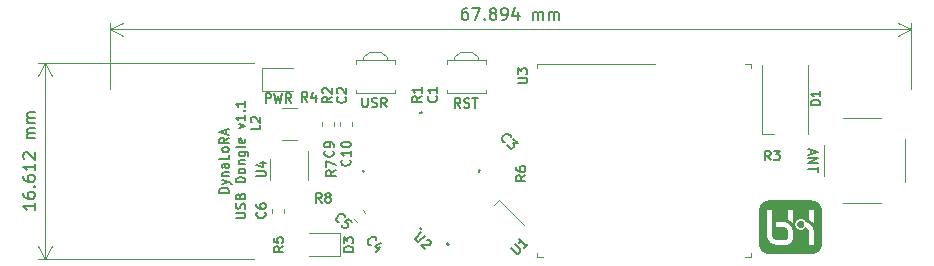
<source format=gbr>
%TF.GenerationSoftware,KiCad,Pcbnew,(5.1.6)-1*%
%TF.CreationDate,2020-12-02T12:11:42+01:00*%
%TF.ProjectId,LoRa_Dongle_Thin,4c6f5261-5f44-46f6-9e67-6c655f546869,rev?*%
%TF.SameCoordinates,Original*%
%TF.FileFunction,Legend,Top*%
%TF.FilePolarity,Positive*%
%FSLAX46Y46*%
G04 Gerber Fmt 4.6, Leading zero omitted, Abs format (unit mm)*
G04 Created by KiCad (PCBNEW (5.1.6)-1) date 2020-12-02 12:11:42*
%MOMM*%
%LPD*%
G01*
G04 APERTURE LIST*
%ADD10C,0.150000*%
%ADD11C,0.120000*%
%ADD12C,0.200000*%
%ADD13C,0.127000*%
%ADD14C,0.100000*%
%ADD15C,0.010000*%
G04 APERTURE END LIST*
D10*
X4275580Y53629371D02*
X4275580Y53057942D01*
X4275580Y53343657D02*
X3275580Y53343657D01*
X3418438Y53248419D01*
X3513676Y53153180D01*
X3561295Y53057942D01*
X3275580Y54486514D02*
X3275580Y54296038D01*
X3323200Y54200800D01*
X3370819Y54153180D01*
X3513676Y54057942D01*
X3704152Y54010323D01*
X4085104Y54010323D01*
X4180342Y54057942D01*
X4227961Y54105561D01*
X4275580Y54200800D01*
X4275580Y54391276D01*
X4227961Y54486514D01*
X4180342Y54534133D01*
X4085104Y54581752D01*
X3847009Y54581752D01*
X3751771Y54534133D01*
X3704152Y54486514D01*
X3656533Y54391276D01*
X3656533Y54200800D01*
X3704152Y54105561D01*
X3751771Y54057942D01*
X3847009Y54010323D01*
X4180342Y55010323D02*
X4227961Y55057942D01*
X4275580Y55010323D01*
X4227961Y54962704D01*
X4180342Y55010323D01*
X4275580Y55010323D01*
X3275580Y55915085D02*
X3275580Y55724609D01*
X3323200Y55629371D01*
X3370819Y55581752D01*
X3513676Y55486514D01*
X3704152Y55438895D01*
X4085104Y55438895D01*
X4180342Y55486514D01*
X4227961Y55534133D01*
X4275580Y55629371D01*
X4275580Y55819847D01*
X4227961Y55915085D01*
X4180342Y55962704D01*
X4085104Y56010323D01*
X3847009Y56010323D01*
X3751771Y55962704D01*
X3704152Y55915085D01*
X3656533Y55819847D01*
X3656533Y55629371D01*
X3704152Y55534133D01*
X3751771Y55486514D01*
X3847009Y55438895D01*
X4275580Y56962704D02*
X4275580Y56391276D01*
X4275580Y56676990D02*
X3275580Y56676990D01*
X3418438Y56581752D01*
X3513676Y56486514D01*
X3561295Y56391276D01*
X3370819Y57343657D02*
X3323200Y57391276D01*
X3275580Y57486514D01*
X3275580Y57724609D01*
X3323200Y57819847D01*
X3370819Y57867466D01*
X3466057Y57915085D01*
X3561295Y57915085D01*
X3704152Y57867466D01*
X4275580Y57296038D01*
X4275580Y57915085D01*
X4275580Y59105561D02*
X3608914Y59105561D01*
X3704152Y59105561D02*
X3656533Y59153180D01*
X3608914Y59248419D01*
X3608914Y59391276D01*
X3656533Y59486514D01*
X3751771Y59534133D01*
X4275580Y59534133D01*
X3751771Y59534133D02*
X3656533Y59581752D01*
X3608914Y59676990D01*
X3608914Y59819847D01*
X3656533Y59915085D01*
X3751771Y59962704D01*
X4275580Y59962704D01*
X4275580Y60438895D02*
X3608914Y60438895D01*
X3704152Y60438895D02*
X3656533Y60486514D01*
X3608914Y60581752D01*
X3608914Y60724609D01*
X3656533Y60819847D01*
X3751771Y60867466D01*
X4275580Y60867466D01*
X3751771Y60867466D02*
X3656533Y60915085D01*
X3608914Y61010323D01*
X3608914Y61153180D01*
X3656533Y61248419D01*
X3751771Y61296038D01*
X4275580Y61296038D01*
D11*
X5093200Y48895000D02*
X5093200Y65506600D01*
X22822400Y48895000D02*
X4506779Y48895000D01*
X22822400Y65506600D02*
X4506779Y65506600D01*
X5093200Y65506600D02*
X5679621Y64380096D01*
X5093200Y65506600D02*
X4506779Y64380096D01*
X5093200Y48895000D02*
X5679621Y50021504D01*
X5093200Y48895000D02*
X4506779Y50021504D01*
D10*
X40872233Y70143619D02*
X40681757Y70143619D01*
X40586519Y70096000D01*
X40538900Y70048380D01*
X40443661Y69905523D01*
X40396042Y69715047D01*
X40396042Y69334095D01*
X40443661Y69238857D01*
X40491280Y69191238D01*
X40586519Y69143619D01*
X40776995Y69143619D01*
X40872233Y69191238D01*
X40919852Y69238857D01*
X40967471Y69334095D01*
X40967471Y69572190D01*
X40919852Y69667428D01*
X40872233Y69715047D01*
X40776995Y69762666D01*
X40586519Y69762666D01*
X40491280Y69715047D01*
X40443661Y69667428D01*
X40396042Y69572190D01*
X41300804Y70143619D02*
X41967471Y70143619D01*
X41538900Y69143619D01*
X42348423Y69238857D02*
X42396042Y69191238D01*
X42348423Y69143619D01*
X42300804Y69191238D01*
X42348423Y69238857D01*
X42348423Y69143619D01*
X42967471Y69715047D02*
X42872233Y69762666D01*
X42824614Y69810285D01*
X42776995Y69905523D01*
X42776995Y69953142D01*
X42824614Y70048380D01*
X42872233Y70096000D01*
X42967471Y70143619D01*
X43157947Y70143619D01*
X43253185Y70096000D01*
X43300804Y70048380D01*
X43348423Y69953142D01*
X43348423Y69905523D01*
X43300804Y69810285D01*
X43253185Y69762666D01*
X43157947Y69715047D01*
X42967471Y69715047D01*
X42872233Y69667428D01*
X42824614Y69619809D01*
X42776995Y69524571D01*
X42776995Y69334095D01*
X42824614Y69238857D01*
X42872233Y69191238D01*
X42967471Y69143619D01*
X43157947Y69143619D01*
X43253185Y69191238D01*
X43300804Y69238857D01*
X43348423Y69334095D01*
X43348423Y69524571D01*
X43300804Y69619809D01*
X43253185Y69667428D01*
X43157947Y69715047D01*
X43824614Y69143619D02*
X44015090Y69143619D01*
X44110328Y69191238D01*
X44157947Y69238857D01*
X44253185Y69381714D01*
X44300804Y69572190D01*
X44300804Y69953142D01*
X44253185Y70048380D01*
X44205566Y70096000D01*
X44110328Y70143619D01*
X43919852Y70143619D01*
X43824614Y70096000D01*
X43776995Y70048380D01*
X43729376Y69953142D01*
X43729376Y69715047D01*
X43776995Y69619809D01*
X43824614Y69572190D01*
X43919852Y69524571D01*
X44110328Y69524571D01*
X44205566Y69572190D01*
X44253185Y69619809D01*
X44300804Y69715047D01*
X45157947Y69810285D02*
X45157947Y69143619D01*
X44919852Y70191238D02*
X44681757Y69476952D01*
X45300804Y69476952D01*
X46443661Y69143619D02*
X46443661Y69810285D01*
X46443661Y69715047D02*
X46491280Y69762666D01*
X46586519Y69810285D01*
X46729376Y69810285D01*
X46824614Y69762666D01*
X46872233Y69667428D01*
X46872233Y69143619D01*
X46872233Y69667428D02*
X46919852Y69762666D01*
X47015090Y69810285D01*
X47157947Y69810285D01*
X47253185Y69762666D01*
X47300804Y69667428D01*
X47300804Y69143619D01*
X47776995Y69143619D02*
X47776995Y69810285D01*
X47776995Y69715047D02*
X47824614Y69762666D01*
X47919852Y69810285D01*
X48062709Y69810285D01*
X48157947Y69762666D01*
X48205566Y69667428D01*
X48205566Y69143619D01*
X48205566Y69667428D02*
X48253185Y69762666D01*
X48348423Y69810285D01*
X48491280Y69810285D01*
X48586519Y69762666D01*
X48634138Y69667428D01*
X48634138Y69143619D01*
D11*
X10591800Y68326000D02*
X78486000Y68326000D01*
X10591800Y63246000D02*
X10591800Y68912421D01*
X78486000Y63246000D02*
X78486000Y68912421D01*
X78486000Y68326000D02*
X77359496Y67739579D01*
X78486000Y68326000D02*
X77359496Y68912421D01*
X10591800Y68326000D02*
X11718304Y67739579D01*
X10591800Y68326000D02*
X11718304Y68912421D01*
D10*
X21278904Y52362714D02*
X21926523Y52362714D01*
X22002714Y52400809D01*
X22040809Y52438904D01*
X22078904Y52515095D01*
X22078904Y52667476D01*
X22040809Y52743666D01*
X22002714Y52781761D01*
X21926523Y52819857D01*
X21278904Y52819857D01*
X22040809Y53162714D02*
X22078904Y53277000D01*
X22078904Y53467476D01*
X22040809Y53543666D01*
X22002714Y53581761D01*
X21926523Y53619857D01*
X21850333Y53619857D01*
X21774142Y53581761D01*
X21736047Y53543666D01*
X21697952Y53467476D01*
X21659857Y53315095D01*
X21621761Y53238904D01*
X21583666Y53200809D01*
X21507476Y53162714D01*
X21431285Y53162714D01*
X21355095Y53200809D01*
X21317000Y53238904D01*
X21278904Y53315095D01*
X21278904Y53505571D01*
X21317000Y53619857D01*
X21659857Y54229380D02*
X21697952Y54343666D01*
X21736047Y54381761D01*
X21812238Y54419857D01*
X21926523Y54419857D01*
X22002714Y54381761D01*
X22040809Y54343666D01*
X22078904Y54267476D01*
X22078904Y53962714D01*
X21278904Y53962714D01*
X21278904Y54229380D01*
X21317000Y54305571D01*
X21355095Y54343666D01*
X21431285Y54381761D01*
X21507476Y54381761D01*
X21583666Y54343666D01*
X21621761Y54305571D01*
X21659857Y54229380D01*
X21659857Y53962714D01*
X22078904Y55372238D02*
X21278904Y55372238D01*
X21278904Y55562714D01*
X21317000Y55677000D01*
X21393190Y55753190D01*
X21469380Y55791285D01*
X21621761Y55829380D01*
X21736047Y55829380D01*
X21888428Y55791285D01*
X21964619Y55753190D01*
X22040809Y55677000D01*
X22078904Y55562714D01*
X22078904Y55372238D01*
X22078904Y56286523D02*
X22040809Y56210333D01*
X22002714Y56172238D01*
X21926523Y56134142D01*
X21697952Y56134142D01*
X21621761Y56172238D01*
X21583666Y56210333D01*
X21545571Y56286523D01*
X21545571Y56400809D01*
X21583666Y56477000D01*
X21621761Y56515095D01*
X21697952Y56553190D01*
X21926523Y56553190D01*
X22002714Y56515095D01*
X22040809Y56477000D01*
X22078904Y56400809D01*
X22078904Y56286523D01*
X21545571Y56896047D02*
X22078904Y56896047D01*
X21621761Y56896047D02*
X21583666Y56934142D01*
X21545571Y57010333D01*
X21545571Y57124619D01*
X21583666Y57200809D01*
X21659857Y57238904D01*
X22078904Y57238904D01*
X21545571Y57962714D02*
X22193190Y57962714D01*
X22269380Y57924619D01*
X22307476Y57886523D01*
X22345571Y57810333D01*
X22345571Y57696047D01*
X22307476Y57619857D01*
X22040809Y57962714D02*
X22078904Y57886523D01*
X22078904Y57734142D01*
X22040809Y57657952D01*
X22002714Y57619857D01*
X21926523Y57581761D01*
X21697952Y57581761D01*
X21621761Y57619857D01*
X21583666Y57657952D01*
X21545571Y57734142D01*
X21545571Y57886523D01*
X21583666Y57962714D01*
X22078904Y58457952D02*
X22040809Y58381761D01*
X21964619Y58343666D01*
X21278904Y58343666D01*
X22040809Y59067476D02*
X22078904Y58991285D01*
X22078904Y58838904D01*
X22040809Y58762714D01*
X21964619Y58724619D01*
X21659857Y58724619D01*
X21583666Y58762714D01*
X21545571Y58838904D01*
X21545571Y58991285D01*
X21583666Y59067476D01*
X21659857Y59105571D01*
X21736047Y59105571D01*
X21812238Y58724619D01*
X21545571Y59981761D02*
X22078904Y60172238D01*
X21545571Y60362714D01*
X22078904Y61086523D02*
X22078904Y60629380D01*
X22078904Y60857952D02*
X21278904Y60857952D01*
X21393190Y60781761D01*
X21469380Y60705571D01*
X21507476Y60629380D01*
X22002714Y61429380D02*
X22040809Y61467476D01*
X22078904Y61429380D01*
X22040809Y61391285D01*
X22002714Y61429380D01*
X22078904Y61429380D01*
X22078904Y62229380D02*
X22078904Y61772238D01*
X22078904Y62000809D02*
X21278904Y62000809D01*
X21393190Y61924619D01*
X21469380Y61848428D01*
X21507476Y61772238D01*
X20681904Y54483333D02*
X19881904Y54483333D01*
X19881904Y54673809D01*
X19920000Y54788095D01*
X19996190Y54864285D01*
X20072380Y54902380D01*
X20224761Y54940476D01*
X20339047Y54940476D01*
X20491428Y54902380D01*
X20567619Y54864285D01*
X20643809Y54788095D01*
X20681904Y54673809D01*
X20681904Y54483333D01*
X20148571Y55207142D02*
X20681904Y55397619D01*
X20148571Y55588095D02*
X20681904Y55397619D01*
X20872380Y55321428D01*
X20910476Y55283333D01*
X20948571Y55207142D01*
X20148571Y55892857D02*
X20681904Y55892857D01*
X20224761Y55892857D02*
X20186666Y55930952D01*
X20148571Y56007142D01*
X20148571Y56121428D01*
X20186666Y56197619D01*
X20262857Y56235714D01*
X20681904Y56235714D01*
X20681904Y56959523D02*
X20262857Y56959523D01*
X20186666Y56921428D01*
X20148571Y56845238D01*
X20148571Y56692857D01*
X20186666Y56616666D01*
X20643809Y56959523D02*
X20681904Y56883333D01*
X20681904Y56692857D01*
X20643809Y56616666D01*
X20567619Y56578571D01*
X20491428Y56578571D01*
X20415238Y56616666D01*
X20377142Y56692857D01*
X20377142Y56883333D01*
X20339047Y56959523D01*
X20681904Y57721428D02*
X20681904Y57340476D01*
X19881904Y57340476D01*
X20681904Y58102380D02*
X20643809Y58026190D01*
X20605714Y57988095D01*
X20529523Y57950000D01*
X20300952Y57950000D01*
X20224761Y57988095D01*
X20186666Y58026190D01*
X20148571Y58102380D01*
X20148571Y58216666D01*
X20186666Y58292857D01*
X20224761Y58330952D01*
X20300952Y58369047D01*
X20529523Y58369047D01*
X20605714Y58330952D01*
X20643809Y58292857D01*
X20681904Y58216666D01*
X20681904Y58102380D01*
X20681904Y59169047D02*
X20300952Y58902380D01*
X20681904Y58711904D02*
X19881904Y58711904D01*
X19881904Y59016666D01*
X19920000Y59092857D01*
X19958095Y59130952D01*
X20034285Y59169047D01*
X20148571Y59169047D01*
X20224761Y59130952D01*
X20262857Y59092857D01*
X20300952Y59016666D01*
X20300952Y58711904D01*
X20453333Y59473809D02*
X20453333Y59854761D01*
X20681904Y59397619D02*
X19881904Y59664285D01*
X20681904Y59930952D01*
X69970666Y58165885D02*
X69970666Y57784933D01*
X69742095Y58242076D02*
X70542095Y57975409D01*
X69742095Y57708742D01*
X69742095Y57442076D02*
X70542095Y57442076D01*
X69742095Y56984933D01*
X70542095Y56984933D01*
X70542095Y56718266D02*
X70542095Y56261123D01*
X69742095Y56489695D02*
X70542095Y56489695D01*
X40303504Y61715695D02*
X40036838Y62096647D01*
X39846361Y61715695D02*
X39846361Y62515695D01*
X40151123Y62515695D01*
X40227314Y62477600D01*
X40265409Y62439504D01*
X40303504Y62363314D01*
X40303504Y62249028D01*
X40265409Y62172838D01*
X40227314Y62134742D01*
X40151123Y62096647D01*
X39846361Y62096647D01*
X40608266Y61753790D02*
X40722552Y61715695D01*
X40913028Y61715695D01*
X40989219Y61753790D01*
X41027314Y61791885D01*
X41065409Y61868076D01*
X41065409Y61944266D01*
X41027314Y62020457D01*
X40989219Y62058552D01*
X40913028Y62096647D01*
X40760647Y62134742D01*
X40684457Y62172838D01*
X40646361Y62210933D01*
X40608266Y62287123D01*
X40608266Y62363314D01*
X40646361Y62439504D01*
X40684457Y62477600D01*
X40760647Y62515695D01*
X40951123Y62515695D01*
X41065409Y62477600D01*
X41293980Y62515695D02*
X41751123Y62515695D01*
X41522552Y61715695D02*
X41522552Y62515695D01*
X31985076Y62541095D02*
X31985076Y61893476D01*
X32023171Y61817285D01*
X32061266Y61779190D01*
X32137457Y61741095D01*
X32289838Y61741095D01*
X32366028Y61779190D01*
X32404123Y61817285D01*
X32442219Y61893476D01*
X32442219Y62541095D01*
X32785076Y61779190D02*
X32899361Y61741095D01*
X33089838Y61741095D01*
X33166028Y61779190D01*
X33204123Y61817285D01*
X33242219Y61893476D01*
X33242219Y61969666D01*
X33204123Y62045857D01*
X33166028Y62083952D01*
X33089838Y62122047D01*
X32937457Y62160142D01*
X32861266Y62198238D01*
X32823171Y62236333D01*
X32785076Y62312523D01*
X32785076Y62388714D01*
X32823171Y62464904D01*
X32861266Y62503000D01*
X32937457Y62541095D01*
X33127933Y62541095D01*
X33242219Y62503000D01*
X34042219Y61741095D02*
X33775552Y62122047D01*
X33585076Y61741095D02*
X33585076Y62541095D01*
X33889838Y62541095D01*
X33966028Y62503000D01*
X34004123Y62464904D01*
X34042219Y62388714D01*
X34042219Y62274428D01*
X34004123Y62198238D01*
X33966028Y62160142D01*
X33889838Y62122047D01*
X33585076Y62122047D01*
X23799933Y62122095D02*
X23799933Y62922095D01*
X24104695Y62922095D01*
X24180885Y62884000D01*
X24218980Y62845904D01*
X24257076Y62769714D01*
X24257076Y62655428D01*
X24218980Y62579238D01*
X24180885Y62541142D01*
X24104695Y62503047D01*
X23799933Y62503047D01*
X24523742Y62922095D02*
X24714219Y62122095D01*
X24866600Y62693523D01*
X25018980Y62122095D01*
X25209457Y62922095D01*
X25971361Y62122095D02*
X25704695Y62503047D01*
X25514219Y62122095D02*
X25514219Y62922095D01*
X25818980Y62922095D01*
X25895171Y62884000D01*
X25933266Y62845904D01*
X25971361Y62769714D01*
X25971361Y62655428D01*
X25933266Y62579238D01*
X25895171Y62541142D01*
X25818980Y62503047D01*
X25514219Y62503047D01*
D12*
%TO.C,U2*%
X39331000Y50154202D02*
G75*
G03*
X39331000Y50154202I-100000J0D01*
G01*
D13*
X36982400Y61312347D02*
X37056646Y61238101D01*
X32032653Y56362600D02*
X32106899Y56288354D01*
X41932147Y56362600D02*
X41857901Y56436846D01*
X36982400Y51412853D02*
X36908154Y51487099D01*
X36982400Y61312347D02*
X36908154Y61238101D01*
X32032653Y56362600D02*
X32106899Y56436846D01*
X41932147Y56362600D02*
X41857901Y56288354D01*
X36982400Y51412853D02*
X37056646Y51487099D01*
D11*
%TO.C,J3*%
X75889400Y60851600D02*
X72689400Y60851600D01*
X75889400Y53651600D02*
X72689400Y53651600D01*
X71089400Y58551600D02*
X71089400Y55951600D01*
X77969400Y59051600D02*
X77969400Y55451600D01*
D14*
%TO.C,U3*%
X46799000Y65426200D02*
X56799000Y65426200D01*
X46799000Y49026200D02*
X47299000Y49026200D01*
X46799000Y49426200D02*
X46799000Y49026200D01*
X64399000Y49026200D02*
X64899000Y49026200D01*
X64899000Y49426200D02*
X64899000Y49026200D01*
X64399000Y65426200D02*
X64899000Y65426200D01*
X64899000Y65426200D02*
X64899000Y65026200D01*
X46799000Y65426200D02*
X46799000Y65026200D01*
D15*
%TO.C,G\u002A\u002A\u002A*%
G36*
X68294953Y53846847D02*
G01*
X68342849Y53846845D01*
X68390654Y53846842D01*
X68438338Y53846839D01*
X68485871Y53846834D01*
X68533223Y53846829D01*
X68580364Y53846824D01*
X68627263Y53846817D01*
X68673890Y53846810D01*
X68720216Y53846802D01*
X68766209Y53846793D01*
X68811839Y53846783D01*
X68857077Y53846773D01*
X68901891Y53846762D01*
X68946252Y53846750D01*
X68990130Y53846737D01*
X69033495Y53846724D01*
X69076315Y53846710D01*
X69118561Y53846695D01*
X69160202Y53846679D01*
X69201209Y53846662D01*
X69241551Y53846645D01*
X69281198Y53846627D01*
X69320120Y53846608D01*
X69358286Y53846589D01*
X69395666Y53846568D01*
X69432231Y53846547D01*
X69467949Y53846525D01*
X69502790Y53846503D01*
X69536725Y53846479D01*
X69569722Y53846455D01*
X69601753Y53846430D01*
X69632786Y53846404D01*
X69662791Y53846378D01*
X69691739Y53846351D01*
X69719598Y53846323D01*
X69746339Y53846294D01*
X69771931Y53846264D01*
X69796345Y53846234D01*
X69819549Y53846203D01*
X69841514Y53846171D01*
X69862210Y53846138D01*
X69881606Y53846105D01*
X69899671Y53846071D01*
X69916377Y53846036D01*
X69931692Y53846000D01*
X69945586Y53845964D01*
X69958030Y53845926D01*
X69968992Y53845888D01*
X69978442Y53845850D01*
X69986352Y53845810D01*
X69992689Y53845770D01*
X69997424Y53845729D01*
X70000527Y53845687D01*
X70001967Y53845644D01*
X70001977Y53845643D01*
X70034921Y53842695D01*
X70066617Y53838899D01*
X70097310Y53834208D01*
X70127245Y53828574D01*
X70156665Y53821948D01*
X70185817Y53814283D01*
X70214945Y53805530D01*
X70227878Y53801301D01*
X70263884Y53788354D01*
X70299247Y53773858D01*
X70333916Y53757854D01*
X70367843Y53740377D01*
X70400977Y53721469D01*
X70433268Y53701165D01*
X70464666Y53679506D01*
X70495122Y53656528D01*
X70524585Y53632271D01*
X70553005Y53606772D01*
X70580333Y53580071D01*
X70606519Y53552205D01*
X70631512Y53523212D01*
X70655263Y53493131D01*
X70677721Y53462001D01*
X70685798Y53450067D01*
X70706785Y53417004D01*
X70726208Y53383307D01*
X70744059Y53348989D01*
X70760334Y53314066D01*
X70775026Y53278552D01*
X70788130Y53242461D01*
X70799639Y53205809D01*
X70809549Y53168610D01*
X70817853Y53130878D01*
X70823254Y53100834D01*
X70824747Y53091394D01*
X70826084Y53082389D01*
X70827301Y53073512D01*
X70828436Y53064453D01*
X70829525Y53054904D01*
X70830606Y53044558D01*
X70831716Y53033106D01*
X70832765Y53021653D01*
X70832824Y53020910D01*
X70832882Y53020013D01*
X70832939Y53018938D01*
X70832993Y53017660D01*
X70833046Y53016156D01*
X70833098Y53014401D01*
X70833148Y53012371D01*
X70833197Y53010041D01*
X70833244Y53007388D01*
X70833290Y53004386D01*
X70833334Y53001013D01*
X70833377Y52997243D01*
X70833419Y52993053D01*
X70833459Y52988417D01*
X70833498Y52983313D01*
X70833536Y52977715D01*
X70833572Y52971599D01*
X70833608Y52964941D01*
X70833642Y52957718D01*
X70833675Y52949903D01*
X70833707Y52941474D01*
X70833738Y52932406D01*
X70833768Y52922675D01*
X70833797Y52912257D01*
X70833824Y52901126D01*
X70833851Y52889260D01*
X70833877Y52876634D01*
X70833902Y52863223D01*
X70833927Y52849003D01*
X70833950Y52833950D01*
X70833973Y52818040D01*
X70833995Y52801249D01*
X70834016Y52783551D01*
X70834036Y52764924D01*
X70834056Y52745343D01*
X70834075Y52724783D01*
X70834093Y52703220D01*
X70834111Y52680630D01*
X70834128Y52656989D01*
X70834145Y52632272D01*
X70834161Y52606456D01*
X70834177Y52579516D01*
X70834192Y52551427D01*
X70834207Y52522166D01*
X70834221Y52491707D01*
X70834236Y52460028D01*
X70834249Y52427104D01*
X70834263Y52392910D01*
X70834276Y52357422D01*
X70834289Y52320616D01*
X70834302Y52282468D01*
X70834314Y52242953D01*
X70834327Y52202047D01*
X70834339Y52159726D01*
X70834351Y52115966D01*
X70834363Y52070743D01*
X70834375Y52024031D01*
X70834387Y51975807D01*
X70834399Y51926047D01*
X70834412Y51874727D01*
X70834424Y51821821D01*
X70834436Y51767306D01*
X70834449Y51711158D01*
X70834461Y51653352D01*
X70834467Y51625500D01*
X70834481Y51561843D01*
X70834493Y51499865D01*
X70834504Y51439553D01*
X70834514Y51380893D01*
X70834523Y51323871D01*
X70834531Y51268474D01*
X70834538Y51214686D01*
X70834543Y51162496D01*
X70834548Y51111888D01*
X70834551Y51062849D01*
X70834553Y51015365D01*
X70834554Y50969423D01*
X70834554Y50925008D01*
X70834552Y50882107D01*
X70834550Y50840706D01*
X70834546Y50800791D01*
X70834541Y50762348D01*
X70834535Y50725364D01*
X70834527Y50689824D01*
X70834519Y50655716D01*
X70834509Y50623024D01*
X70834498Y50591735D01*
X70834485Y50561836D01*
X70834472Y50533313D01*
X70834457Y50506151D01*
X70834441Y50480337D01*
X70834424Y50455858D01*
X70834405Y50432698D01*
X70834385Y50410845D01*
X70834364Y50390285D01*
X70834342Y50371004D01*
X70834318Y50352988D01*
X70834293Y50336223D01*
X70834267Y50320695D01*
X70834239Y50306391D01*
X70834210Y50293297D01*
X70834180Y50281399D01*
X70834148Y50270683D01*
X70834116Y50261135D01*
X70834081Y50252742D01*
X70834046Y50245490D01*
X70834009Y50239364D01*
X70833971Y50234352D01*
X70833931Y50230439D01*
X70833890Y50227611D01*
X70833847Y50225855D01*
X70833835Y50225537D01*
X70831133Y50186477D01*
X70826788Y50147801D01*
X70820806Y50109535D01*
X70813194Y50071703D01*
X70803961Y50034331D01*
X70793114Y49997444D01*
X70780661Y49961068D01*
X70766610Y49925227D01*
X70750967Y49889948D01*
X70733741Y49855255D01*
X70714940Y49821174D01*
X70708753Y49810670D01*
X70688333Y49778172D01*
X70666514Y49746597D01*
X70643347Y49715995D01*
X70618882Y49686414D01*
X70593170Y49657903D01*
X70566262Y49630510D01*
X70538207Y49604284D01*
X70509057Y49579274D01*
X70478862Y49555528D01*
X70447673Y49533095D01*
X70415540Y49512023D01*
X70382515Y49492362D01*
X70370700Y49485793D01*
X70336160Y49467889D01*
X70301061Y49451582D01*
X70265418Y49436877D01*
X70229242Y49423777D01*
X70192544Y49412286D01*
X70155338Y49402406D01*
X70117636Y49394142D01*
X70079449Y49387497D01*
X70040790Y49382474D01*
X70001672Y49379076D01*
X69991394Y49378458D01*
X69990040Y49378430D01*
X69987024Y49378403D01*
X69982375Y49378376D01*
X69976124Y49378350D01*
X69968301Y49378325D01*
X69958936Y49378300D01*
X69948060Y49378275D01*
X69935702Y49378251D01*
X69921894Y49378228D01*
X69906665Y49378205D01*
X69890045Y49378182D01*
X69872066Y49378160D01*
X69852756Y49378139D01*
X69832148Y49378118D01*
X69810270Y49378098D01*
X69787153Y49378078D01*
X69762827Y49378059D01*
X69737323Y49378040D01*
X69710671Y49378022D01*
X69682901Y49378005D01*
X69654044Y49377987D01*
X69624129Y49377971D01*
X69593187Y49377955D01*
X69561249Y49377939D01*
X69528344Y49377924D01*
X69494503Y49377910D01*
X69459756Y49377896D01*
X69424134Y49377882D01*
X69387666Y49377869D01*
X69350383Y49377857D01*
X69312315Y49377845D01*
X69273493Y49377834D01*
X69233947Y49377823D01*
X69193707Y49377812D01*
X69152803Y49377803D01*
X69111266Y49377793D01*
X69069126Y49377784D01*
X69026413Y49377776D01*
X68983158Y49377768D01*
X68939390Y49377761D01*
X68895141Y49377754D01*
X68850439Y49377748D01*
X68805317Y49377742D01*
X68759803Y49377737D01*
X68713928Y49377732D01*
X68667723Y49377728D01*
X68621218Y49377724D01*
X68574443Y49377721D01*
X68527427Y49377718D01*
X68480203Y49377716D01*
X68432799Y49377715D01*
X68385247Y49377713D01*
X68337576Y49377713D01*
X68289816Y49377712D01*
X68241999Y49377713D01*
X68194153Y49377714D01*
X68146311Y49377715D01*
X68098501Y49377717D01*
X68050754Y49377719D01*
X68003101Y49377722D01*
X67955571Y49377725D01*
X67908195Y49377729D01*
X67861004Y49377733D01*
X67814027Y49377738D01*
X67767294Y49377743D01*
X67720837Y49377749D01*
X67674685Y49377756D01*
X67628869Y49377762D01*
X67583418Y49377770D01*
X67538364Y49377777D01*
X67493736Y49377786D01*
X67449565Y49377794D01*
X67405881Y49377804D01*
X67362714Y49377813D01*
X67320095Y49377824D01*
X67278053Y49377834D01*
X67236620Y49377846D01*
X67195825Y49377857D01*
X67155699Y49377869D01*
X67116272Y49377882D01*
X67077574Y49377895D01*
X67039636Y49377909D01*
X67002487Y49377923D01*
X66966159Y49377938D01*
X66930681Y49377953D01*
X66896083Y49377968D01*
X66862397Y49377984D01*
X66829651Y49378001D01*
X66797878Y49378018D01*
X66767105Y49378035D01*
X66737365Y49378053D01*
X66708688Y49378072D01*
X66681103Y49378091D01*
X66654641Y49378110D01*
X66629332Y49378130D01*
X66605206Y49378150D01*
X66582294Y49378171D01*
X66560626Y49378192D01*
X66540233Y49378214D01*
X66521144Y49378236D01*
X66503390Y49378259D01*
X66487001Y49378282D01*
X66472007Y49378306D01*
X66458439Y49378330D01*
X66446327Y49378355D01*
X66435702Y49378380D01*
X66426593Y49378405D01*
X66419030Y49378431D01*
X66413045Y49378458D01*
X66408667Y49378485D01*
X66405927Y49378512D01*
X66404914Y49378535D01*
X66366177Y49381541D01*
X66327755Y49386202D01*
X66289694Y49392499D01*
X66252037Y49400418D01*
X66214830Y49409939D01*
X66178117Y49421047D01*
X66141943Y49433725D01*
X66106353Y49447954D01*
X66071391Y49463718D01*
X66037102Y49481001D01*
X66003532Y49499785D01*
X65970724Y49520052D01*
X65938723Y49541787D01*
X65907575Y49564971D01*
X65899793Y49571098D01*
X65870099Y49595819D01*
X65841550Y49621770D01*
X65814183Y49648902D01*
X65788032Y49677166D01*
X65763136Y49706513D01*
X65739531Y49736892D01*
X65717252Y49768256D01*
X65696337Y49800554D01*
X65676821Y49833737D01*
X65658742Y49867757D01*
X65642136Y49902564D01*
X65627038Y49938108D01*
X65625533Y49941903D01*
X65612166Y49978100D01*
X65600446Y50014649D01*
X65590364Y50051578D01*
X65581916Y50088915D01*
X65575096Y50126688D01*
X65569897Y50164925D01*
X65566314Y50203655D01*
X65565012Y50225537D01*
X65564970Y50226976D01*
X65564928Y50229482D01*
X65564888Y50233070D01*
X65564849Y50237753D01*
X65564812Y50243545D01*
X65564776Y50250460D01*
X65564742Y50258512D01*
X65564708Y50267713D01*
X65564676Y50278079D01*
X65564646Y50289623D01*
X65564616Y50302359D01*
X65564588Y50316301D01*
X65564562Y50331462D01*
X65564536Y50347857D01*
X65564512Y50365498D01*
X65564489Y50384401D01*
X65564468Y50404578D01*
X65564448Y50426044D01*
X65564429Y50448812D01*
X65564411Y50472896D01*
X65564395Y50498311D01*
X65564380Y50525069D01*
X65564366Y50553185D01*
X65564353Y50582672D01*
X65564341Y50613545D01*
X65564331Y50645817D01*
X65564322Y50679501D01*
X65564315Y50714612D01*
X65564308Y50751164D01*
X65564303Y50789171D01*
X65564298Y50828645D01*
X65564295Y50869601D01*
X65564294Y50912054D01*
X65564293Y50956015D01*
X65564294Y51001501D01*
X65564295Y51048523D01*
X65564298Y51097097D01*
X65564302Y51147235D01*
X65564308Y51198952D01*
X65564314Y51252262D01*
X65564321Y51307178D01*
X65564330Y51363714D01*
X65564340Y51421884D01*
X65564351Y51481701D01*
X65564363Y51543181D01*
X65564376Y51606335D01*
X65564380Y51625500D01*
X65564392Y51684096D01*
X65564405Y51741023D01*
X65564417Y51796306D01*
X65564430Y51849967D01*
X65564442Y51902033D01*
X65564454Y51952526D01*
X65564466Y52001471D01*
X65564478Y52048893D01*
X65564490Y52094816D01*
X65564502Y52139263D01*
X65564515Y52182260D01*
X65564527Y52223830D01*
X65564539Y52263998D01*
X65564552Y52302788D01*
X65564565Y52340224D01*
X65564578Y52376331D01*
X65564591Y52411132D01*
X65564605Y52444653D01*
X65564619Y52476916D01*
X65564633Y52507948D01*
X65564648Y52537770D01*
X65564663Y52566409D01*
X65564678Y52593888D01*
X65564694Y52620232D01*
X65564711Y52645464D01*
X65564728Y52669610D01*
X65564745Y52692693D01*
X65564763Y52714737D01*
X65564782Y52735767D01*
X65564802Y52755807D01*
X65564822Y52774881D01*
X65564842Y52793014D01*
X65564864Y52810230D01*
X65564886Y52826553D01*
X65564909Y52842007D01*
X65564933Y52856617D01*
X65564958Y52870406D01*
X65564983Y52883400D01*
X65565010Y52895622D01*
X65565037Y52907096D01*
X65565066Y52917847D01*
X65565095Y52927900D01*
X65565125Y52937278D01*
X65565157Y52946005D01*
X65565189Y52954106D01*
X65565223Y52961606D01*
X65565258Y52968527D01*
X65565294Y52974896D01*
X65565331Y52980735D01*
X65565370Y52986069D01*
X65565409Y52990923D01*
X65565450Y52995320D01*
X65565493Y52999285D01*
X65565536Y53002843D01*
X65565581Y53006017D01*
X65565628Y53008831D01*
X65565676Y53011310D01*
X65565725Y53013479D01*
X65565776Y53015361D01*
X65565828Y53016980D01*
X65565882Y53018362D01*
X65565938Y53019530D01*
X65565995Y53020508D01*
X65566054Y53021321D01*
X65566082Y53021653D01*
X65567249Y53034358D01*
X65568354Y53045681D01*
X65569434Y53055930D01*
X65570527Y53065413D01*
X65571668Y53074438D01*
X65572896Y53083315D01*
X65574248Y53092351D01*
X65575593Y53100834D01*
X65580516Y53127487D01*
X66167835Y53127487D01*
X66168076Y52020682D01*
X66168087Y51968357D01*
X66168098Y51917698D01*
X66168109Y51868678D01*
X66168121Y51821269D01*
X66168132Y51775445D01*
X66168143Y51731177D01*
X66168154Y51688439D01*
X66168165Y51647203D01*
X66168176Y51607443D01*
X66168187Y51569130D01*
X66168199Y51532237D01*
X66168211Y51496738D01*
X66168223Y51462605D01*
X66168235Y51429810D01*
X66168248Y51398326D01*
X66168262Y51368127D01*
X66168275Y51339184D01*
X66168289Y51311471D01*
X66168304Y51284960D01*
X66168319Y51259624D01*
X66168335Y51235435D01*
X66168352Y51212367D01*
X66168369Y51190391D01*
X66168387Y51169482D01*
X66168406Y51149611D01*
X66168425Y51130751D01*
X66168446Y51112874D01*
X66168467Y51095955D01*
X66168489Y51079965D01*
X66168513Y51064876D01*
X66168537Y51050663D01*
X66168562Y51037296D01*
X66168589Y51024750D01*
X66168616Y51012997D01*
X66168645Y51002010D01*
X66168675Y50991760D01*
X66168707Y50982222D01*
X66168739Y50973367D01*
X66168773Y50965169D01*
X66168809Y50957600D01*
X66168845Y50950633D01*
X66168884Y50944240D01*
X66168923Y50938395D01*
X66168965Y50933069D01*
X66169008Y50928236D01*
X66169052Y50923869D01*
X66169099Y50919940D01*
X66169147Y50916421D01*
X66169196Y50913286D01*
X66169248Y50910508D01*
X66169302Y50908058D01*
X66169357Y50905910D01*
X66169414Y50904037D01*
X66169473Y50902410D01*
X66169535Y50901003D01*
X66169598Y50899789D01*
X66169663Y50898740D01*
X66169731Y50897829D01*
X66169770Y50897367D01*
X66172559Y50869264D01*
X66175879Y50842493D01*
X66179787Y50816762D01*
X66184339Y50791779D01*
X66189589Y50767249D01*
X66195595Y50742881D01*
X66202411Y50718382D01*
X66206524Y50704750D01*
X66215772Y50676799D01*
X66226289Y50648455D01*
X66237893Y50620147D01*
X66250403Y50592300D01*
X66263636Y50565344D01*
X66274142Y50545577D01*
X66293182Y50512751D01*
X66313640Y50480821D01*
X66335469Y50449834D01*
X66358622Y50419837D01*
X66383051Y50390877D01*
X66408709Y50363001D01*
X66435550Y50336256D01*
X66463526Y50310690D01*
X66492589Y50286349D01*
X66522692Y50263280D01*
X66553789Y50241532D01*
X66585832Y50221150D01*
X66617618Y50202815D01*
X66650729Y50185597D01*
X66684633Y50169826D01*
X66719237Y50155529D01*
X66754447Y50142734D01*
X66790169Y50131467D01*
X66826311Y50121756D01*
X66862779Y50113628D01*
X66899479Y50107110D01*
X66936317Y50102230D01*
X66973201Y50099015D01*
X66973874Y50098972D01*
X66978976Y50098648D01*
X66983865Y50098336D01*
X66988124Y50098064D01*
X66991337Y50097857D01*
X66992500Y50097782D01*
X66993924Y50097746D01*
X66996979Y50097713D01*
X67001604Y50097684D01*
X67007737Y50097658D01*
X67015316Y50097636D01*
X67024280Y50097618D01*
X67034566Y50097602D01*
X67046113Y50097590D01*
X67058859Y50097581D01*
X67072742Y50097574D01*
X67087701Y50097571D01*
X67103674Y50097571D01*
X67120598Y50097573D01*
X67138413Y50097578D01*
X67157056Y50097586D01*
X67176465Y50097596D01*
X67196579Y50097608D01*
X67217337Y50097623D01*
X67238675Y50097640D01*
X67260533Y50097659D01*
X67282849Y50097681D01*
X67305561Y50097704D01*
X67328606Y50097729D01*
X67351924Y50097756D01*
X67375453Y50097785D01*
X67399130Y50097815D01*
X67422894Y50097847D01*
X67446683Y50097880D01*
X67470436Y50097915D01*
X67494090Y50097951D01*
X67517584Y50097988D01*
X67540856Y50098027D01*
X67563845Y50098066D01*
X67586488Y50098106D01*
X67608723Y50098148D01*
X67630490Y50098190D01*
X67651725Y50098232D01*
X67672368Y50098276D01*
X67692356Y50098319D01*
X67711629Y50098364D01*
X67730123Y50098408D01*
X67747777Y50098453D01*
X67764530Y50098498D01*
X67780319Y50098543D01*
X67795084Y50098589D01*
X67808761Y50098634D01*
X67821290Y50098679D01*
X67832608Y50098723D01*
X67842654Y50098768D01*
X67851365Y50098812D01*
X67858681Y50098855D01*
X67864540Y50098898D01*
X67868878Y50098940D01*
X67871636Y50098982D01*
X67872378Y50099001D01*
X67898036Y50100395D01*
X67922688Y50102723D01*
X67942460Y50105387D01*
X67973264Y50110997D01*
X68003571Y50118207D01*
X68033328Y50126984D01*
X68062481Y50137293D01*
X68090979Y50149101D01*
X68118767Y50162374D01*
X68145792Y50177079D01*
X68172002Y50193180D01*
X68197343Y50210645D01*
X68221762Y50229440D01*
X68245207Y50249531D01*
X68267623Y50270883D01*
X68288959Y50293464D01*
X68309160Y50317239D01*
X68328173Y50342174D01*
X68339359Y50358227D01*
X68356127Y50384665D01*
X68371451Y50411957D01*
X68385293Y50440021D01*
X68397616Y50468774D01*
X68408385Y50498134D01*
X68417562Y50528021D01*
X68420428Y50538735D01*
X68424879Y50557127D01*
X68428654Y50575170D01*
X68431820Y50593287D01*
X68434447Y50611902D01*
X68436603Y50631437D01*
X68437936Y50646753D01*
X68438039Y50648927D01*
X68438137Y50652720D01*
X68438230Y50658059D01*
X68438319Y50664869D01*
X68438403Y50673076D01*
X68438483Y50682607D01*
X68438558Y50693387D01*
X68438629Y50705343D01*
X68438695Y50718401D01*
X68438756Y50732486D01*
X68438813Y50747525D01*
X68438865Y50763444D01*
X68438912Y50780168D01*
X68438955Y50797624D01*
X68438994Y50815738D01*
X68439027Y50834436D01*
X68439057Y50853644D01*
X68439081Y50873287D01*
X68439101Y50893293D01*
X68439117Y50913587D01*
X68439128Y50934094D01*
X68439134Y50954742D01*
X68439135Y50975456D01*
X68439132Y50996162D01*
X68439125Y51016786D01*
X68439113Y51037254D01*
X68439096Y51057493D01*
X68439075Y51077428D01*
X68439049Y51096985D01*
X68439018Y51116090D01*
X68438983Y51134670D01*
X68438943Y51152650D01*
X68438899Y51169957D01*
X68438850Y51186516D01*
X68438796Y51202254D01*
X68438738Y51217096D01*
X68438676Y51230969D01*
X68438608Y51243799D01*
X68438536Y51255511D01*
X68438460Y51266032D01*
X68438379Y51275287D01*
X68438293Y51283204D01*
X68438202Y51289707D01*
X68438107Y51294723D01*
X68438008Y51298178D01*
X68437942Y51299533D01*
X68435524Y51330172D01*
X68432394Y51359423D01*
X68428531Y51387446D01*
X68423914Y51414400D01*
X68420095Y51433307D01*
X68411162Y51470831D01*
X68400670Y51507701D01*
X68388624Y51543901D01*
X68375033Y51579416D01*
X68359905Y51614232D01*
X68343247Y51648332D01*
X68325067Y51681702D01*
X68305372Y51714327D01*
X68284169Y51746191D01*
X68261468Y51777280D01*
X68237274Y51807578D01*
X68223948Y51823197D01*
X68219173Y51828531D01*
X68213355Y51834802D01*
X68206701Y51841803D01*
X68199418Y51849328D01*
X68191712Y51857170D01*
X68183790Y51865123D01*
X68175858Y51872980D01*
X68168124Y51880535D01*
X68160792Y51887580D01*
X68154071Y51893910D01*
X68148166Y51899317D01*
X68145237Y51901915D01*
X68115365Y51926901D01*
X68084709Y51950389D01*
X68053290Y51972370D01*
X68021132Y51992836D01*
X67988257Y52011776D01*
X67954688Y52029182D01*
X67920448Y52045045D01*
X67885560Y52059354D01*
X67850046Y52072102D01*
X67813930Y52083279D01*
X67777233Y52092875D01*
X67739979Y52100882D01*
X67702191Y52107290D01*
X67663891Y52112090D01*
X67625101Y52115273D01*
X67616494Y52115756D01*
X67614318Y52115822D01*
X67610522Y52115884D01*
X67605181Y52115941D01*
X67598366Y52115993D01*
X67590151Y52116041D01*
X67580611Y52116085D01*
X67569817Y52116124D01*
X67557845Y52116158D01*
X67544767Y52116188D01*
X67530656Y52116214D01*
X67515586Y52116236D01*
X67499632Y52116254D01*
X67482865Y52116267D01*
X67465359Y52116277D01*
X67447188Y52116282D01*
X67428426Y52116284D01*
X67409145Y52116282D01*
X67389420Y52116276D01*
X67369323Y52116267D01*
X67348929Y52116254D01*
X67328310Y52116237D01*
X67307539Y52116217D01*
X67286692Y52116194D01*
X67265840Y52116167D01*
X67245057Y52116137D01*
X67224417Y52116104D01*
X67203994Y52116067D01*
X67183860Y52116028D01*
X67164089Y52115985D01*
X67144754Y52115940D01*
X67125930Y52115891D01*
X67107689Y52115840D01*
X67090105Y52115786D01*
X67073251Y52115730D01*
X67057201Y52115670D01*
X67042028Y52115609D01*
X67027805Y52115544D01*
X67014607Y52115478D01*
X67002506Y52115409D01*
X66991576Y52115337D01*
X66981891Y52115263D01*
X66973523Y52115188D01*
X66973239Y52115185D01*
X66922227Y52114671D01*
X66922227Y51613461D01*
X67038009Y51613983D01*
X67050202Y51614035D01*
X67063948Y51614087D01*
X67079104Y51614140D01*
X67095532Y51614192D01*
X67113088Y51614244D01*
X67131632Y51614295D01*
X67151024Y51614345D01*
X67171121Y51614394D01*
X67191784Y51614441D01*
X67212871Y51614486D01*
X67234240Y51614528D01*
X67255751Y51614568D01*
X67277264Y51614605D01*
X67298636Y51614638D01*
X67319727Y51614668D01*
X67340395Y51614694D01*
X67356567Y51614711D01*
X67378671Y51614734D01*
X67399152Y51614755D01*
X67418080Y51614773D01*
X67435524Y51614787D01*
X67451555Y51614796D01*
X67466243Y51614799D01*
X67479657Y51614794D01*
X67491868Y51614781D01*
X67502946Y51614758D01*
X67512960Y51614725D01*
X67521981Y51614680D01*
X67530078Y51614622D01*
X67537323Y51614550D01*
X67543784Y51614463D01*
X67549531Y51614359D01*
X67554635Y51614239D01*
X67559166Y51614100D01*
X67563194Y51613941D01*
X67566788Y51613762D01*
X67570019Y51613561D01*
X67572956Y51613337D01*
X67575670Y51613089D01*
X67578231Y51612816D01*
X67580709Y51612517D01*
X67583173Y51612191D01*
X67585693Y51611836D01*
X67588341Y51611452D01*
X67591185Y51611037D01*
X67591517Y51610989D01*
X67616848Y51606473D01*
X67641705Y51600362D01*
X67666023Y51592704D01*
X67689735Y51583547D01*
X67712776Y51572940D01*
X67735081Y51560931D01*
X67756584Y51547568D01*
X67777219Y51532900D01*
X67796921Y51516974D01*
X67815625Y51499839D01*
X67833264Y51481542D01*
X67849774Y51462133D01*
X67865089Y51441660D01*
X67879142Y51420170D01*
X67891870Y51397712D01*
X67898037Y51385470D01*
X67908376Y51362358D01*
X67917137Y51339081D01*
X67924365Y51315466D01*
X67930109Y51291342D01*
X67934415Y51266534D01*
X67937330Y51240869D01*
X67937345Y51240690D01*
X67937441Y51238683D01*
X67937532Y51234997D01*
X67937617Y51229646D01*
X67937697Y51222644D01*
X67937771Y51214006D01*
X67937839Y51203746D01*
X67937902Y51191877D01*
X67937958Y51178414D01*
X67938009Y51163372D01*
X67938055Y51146765D01*
X67938094Y51128606D01*
X67938127Y51108910D01*
X67938154Y51087691D01*
X67938176Y51064963D01*
X67938191Y51040741D01*
X67938200Y51015039D01*
X67938203Y50987871D01*
X67938203Y50985843D01*
X67938202Y50961374D01*
X67938202Y50938537D01*
X67938201Y50917274D01*
X67938199Y50897525D01*
X67938194Y50879229D01*
X67938185Y50862327D01*
X67938172Y50846758D01*
X67938153Y50832463D01*
X67938128Y50819382D01*
X67938096Y50807455D01*
X67938056Y50796622D01*
X67938006Y50786822D01*
X67937946Y50777997D01*
X67937875Y50770086D01*
X67937793Y50763029D01*
X67937697Y50756766D01*
X67937588Y50751238D01*
X67937464Y50746384D01*
X67937324Y50742144D01*
X67937167Y50738459D01*
X67936993Y50735268D01*
X67936801Y50732512D01*
X67936589Y50730130D01*
X67936357Y50728064D01*
X67936103Y50726252D01*
X67935827Y50724634D01*
X67935528Y50723152D01*
X67935205Y50721744D01*
X67934857Y50720352D01*
X67934483Y50718914D01*
X67934082Y50717372D01*
X67934015Y50717110D01*
X67929228Y50701685D01*
X67922982Y50687022D01*
X67915362Y50673205D01*
X67906452Y50660314D01*
X67896339Y50648431D01*
X67885105Y50637639D01*
X67872837Y50628019D01*
X67859620Y50619652D01*
X67845538Y50612621D01*
X67830676Y50607007D01*
X67815460Y50602964D01*
X67812821Y50602426D01*
X67810312Y50601980D01*
X67807719Y50601615D01*
X67804833Y50601315D01*
X67801441Y50601067D01*
X67797334Y50600856D01*
X67792298Y50600670D01*
X67786124Y50600495D01*
X67778600Y50600316D01*
X67773127Y50600196D01*
X67768963Y50600124D01*
X67763280Y50600053D01*
X67756146Y50599983D01*
X67747630Y50599915D01*
X67737800Y50599847D01*
X67726726Y50599781D01*
X67714475Y50599716D01*
X67701117Y50599653D01*
X67686720Y50599591D01*
X67671353Y50599531D01*
X67655084Y50599473D01*
X67637983Y50599416D01*
X67620117Y50599361D01*
X67601556Y50599309D01*
X67582368Y50599258D01*
X67562622Y50599210D01*
X67542386Y50599164D01*
X67521730Y50599120D01*
X67500721Y50599078D01*
X67479429Y50599039D01*
X67457923Y50599003D01*
X67436270Y50598970D01*
X67414539Y50598939D01*
X67392800Y50598911D01*
X67371121Y50598885D01*
X67349570Y50598863D01*
X67328217Y50598844D01*
X67307129Y50598829D01*
X67286376Y50598816D01*
X67266026Y50598807D01*
X67246148Y50598801D01*
X67226811Y50598799D01*
X67208083Y50598800D01*
X67190033Y50598805D01*
X67172729Y50598814D01*
X67156241Y50598827D01*
X67140636Y50598844D01*
X67125984Y50598864D01*
X67112353Y50598889D01*
X67099813Y50598918D01*
X67088430Y50598951D01*
X67078275Y50598989D01*
X67069416Y50599031D01*
X67061922Y50599078D01*
X67055861Y50599129D01*
X67051302Y50599185D01*
X67048313Y50599246D01*
X67047110Y50599297D01*
X67020497Y50602173D01*
X66994459Y50606642D01*
X66969009Y50612696D01*
X66944163Y50620331D01*
X66919935Y50629541D01*
X66896338Y50640319D01*
X66873388Y50652660D01*
X66851100Y50666559D01*
X66829486Y50682009D01*
X66815124Y50693446D01*
X66810559Y50697389D01*
X66805153Y50702306D01*
X66799195Y50707911D01*
X66792976Y50713921D01*
X66786788Y50720050D01*
X66780920Y50726014D01*
X66775665Y50731528D01*
X66771312Y50736307D01*
X66771143Y50736500D01*
X66754598Y50756589D01*
X66739365Y50777656D01*
X66725507Y50799593D01*
X66713086Y50822288D01*
X66702167Y50845634D01*
X66692811Y50869521D01*
X66690343Y50876703D01*
X66683241Y50900440D01*
X66677651Y50924480D01*
X66673523Y50949069D01*
X66671181Y50969959D01*
X66671120Y50970790D01*
X66671061Y50971907D01*
X66671004Y50973334D01*
X66670950Y50975100D01*
X66670897Y50977231D01*
X66670845Y50979754D01*
X66670796Y50982696D01*
X66670748Y50986083D01*
X66670702Y50989944D01*
X66670658Y50994303D01*
X66670616Y50999190D01*
X66670575Y51004629D01*
X66670535Y51010649D01*
X66670498Y51017277D01*
X66670461Y51024538D01*
X66670427Y51032460D01*
X66670394Y51041071D01*
X66670362Y51050396D01*
X66670332Y51060462D01*
X66670303Y51071298D01*
X66670275Y51082928D01*
X66670249Y51095382D01*
X66670224Y51108684D01*
X66670200Y51122863D01*
X66670178Y51137945D01*
X66670157Y51153957D01*
X66670137Y51170925D01*
X66670118Y51188878D01*
X66670100Y51207841D01*
X66670083Y51227842D01*
X66670067Y51248908D01*
X66670053Y51271064D01*
X66670039Y51294339D01*
X66670026Y51318760D01*
X66670015Y51344352D01*
X66670004Y51371144D01*
X66669994Y51399161D01*
X66669984Y51428431D01*
X66669976Y51458981D01*
X66669968Y51490837D01*
X66669961Y51524028D01*
X66669955Y51558578D01*
X66669950Y51594516D01*
X66669945Y51631868D01*
X66669940Y51670661D01*
X66669937Y51710922D01*
X66669934Y51752678D01*
X66669931Y51795956D01*
X66669929Y51840782D01*
X66669927Y51887185D01*
X66669926Y51935189D01*
X66669925Y51984823D01*
X66669925Y52036114D01*
X66669924Y52055818D01*
X66669920Y53127487D01*
X67942460Y53127487D01*
X67942460Y52198868D01*
X67956642Y52193195D01*
X67980725Y52183115D01*
X68005486Y52171894D01*
X68030547Y52159721D01*
X68055535Y52146782D01*
X68080074Y52133265D01*
X68100364Y52121423D01*
X68134379Y52100047D01*
X68167638Y52077203D01*
X68200065Y52052964D01*
X68231586Y52027401D01*
X68262129Y52000585D01*
X68291619Y51972589D01*
X68319982Y51943483D01*
X68347145Y51913340D01*
X68373033Y51882230D01*
X68397574Y51850227D01*
X68420692Y51817400D01*
X68432833Y51798929D01*
X68435692Y51794500D01*
X68438238Y51790619D01*
X68440334Y51787489D01*
X68441841Y51785315D01*
X68442624Y51784300D01*
X68442700Y51784254D01*
X68442713Y51785108D01*
X68442725Y51787615D01*
X68442735Y51791735D01*
X68442743Y51797428D01*
X68442750Y51804652D01*
X68442755Y51813369D01*
X68442759Y51823537D01*
X68442760Y51835117D01*
X68442761Y51848068D01*
X68442760Y51856577D01*
X68567656Y51856577D01*
X68568821Y51827772D01*
X68571628Y51799081D01*
X68576063Y51770585D01*
X68582111Y51742366D01*
X68589756Y51714505D01*
X68598984Y51687085D01*
X68609779Y51660186D01*
X68622127Y51633890D01*
X68622302Y51633543D01*
X68636212Y51607927D01*
X68651542Y51583208D01*
X68668240Y51559443D01*
X68686257Y51536688D01*
X68705542Y51514998D01*
X68726045Y51494432D01*
X68747716Y51475044D01*
X68770504Y51456890D01*
X68794359Y51440028D01*
X68797170Y51438173D01*
X68822047Y51422879D01*
X68847644Y51409115D01*
X68873943Y51396888D01*
X68900926Y51386204D01*
X68928574Y51377068D01*
X68956871Y51369488D01*
X68985797Y51363470D01*
X69015336Y51359019D01*
X69030004Y51357415D01*
X69036384Y51356922D01*
X69044084Y51356522D01*
X69052773Y51356218D01*
X69062121Y51356011D01*
X69071799Y51355903D01*
X69081476Y51355895D01*
X69090823Y51355990D01*
X69099509Y51356188D01*
X69107206Y51356493D01*
X69113582Y51356905D01*
X69114247Y51356962D01*
X69140443Y51359868D01*
X69165672Y51363877D01*
X69190315Y51369067D01*
X69214754Y51375517D01*
X69234474Y51381657D01*
X69262007Y51391655D01*
X69288654Y51403089D01*
X69314437Y51415970D01*
X69339374Y51430310D01*
X69363485Y51446123D01*
X69386791Y51463419D01*
X69409311Y51482211D01*
X69429097Y51500582D01*
X69436713Y51508178D01*
X69444143Y51515952D01*
X69451587Y51524129D01*
X69459243Y51532937D01*
X69467310Y51542601D01*
X69475988Y51553348D01*
X69480776Y51559400D01*
X69483059Y51562303D01*
X69489788Y51558639D01*
X69513174Y51544979D01*
X69535379Y51530123D01*
X69556387Y51514086D01*
X69576179Y51496886D01*
X69594738Y51478539D01*
X69612047Y51459063D01*
X69628088Y51438474D01*
X69642844Y51416789D01*
X69652318Y51401108D01*
X69664205Y51378962D01*
X69674531Y51356578D01*
X69683329Y51333834D01*
X69690638Y51310604D01*
X69696493Y51286765D01*
X69700931Y51262194D01*
X69703987Y51236766D01*
X69705213Y51220370D01*
X69705273Y51218477D01*
X69705331Y51214906D01*
X69705387Y51209670D01*
X69705441Y51202785D01*
X69705493Y51194265D01*
X69705542Y51184125D01*
X69705590Y51172380D01*
X69705635Y51159043D01*
X69705678Y51144130D01*
X69705719Y51127655D01*
X69705758Y51109633D01*
X69705795Y51090079D01*
X69705829Y51069007D01*
X69705861Y51046432D01*
X69705890Y51022368D01*
X69705918Y50996830D01*
X69705943Y50969832D01*
X69705965Y50941390D01*
X69705986Y50911518D01*
X69706003Y50880230D01*
X69706019Y50847542D01*
X69706032Y50813467D01*
X69706042Y50778021D01*
X69706050Y50741217D01*
X69706055Y50703071D01*
X69706058Y50663598D01*
X69706059Y50648235D01*
X69706067Y50090493D01*
X70206447Y50090493D01*
X70206446Y50682525D01*
X70206444Y50725628D01*
X70206440Y50767210D01*
X70206434Y50807264D01*
X70206425Y50845785D01*
X70206414Y50882764D01*
X70206400Y50918196D01*
X70206384Y50952073D01*
X70206365Y50984390D01*
X70206344Y51015138D01*
X70206320Y51044311D01*
X70206294Y51071903D01*
X70206266Y51097907D01*
X70206235Y51122315D01*
X70206202Y51145122D01*
X70206166Y51166320D01*
X70206128Y51185903D01*
X70206088Y51203864D01*
X70206045Y51220196D01*
X70206000Y51234892D01*
X70205952Y51247946D01*
X70205903Y51259351D01*
X70205850Y51269100D01*
X70205796Y51277186D01*
X70205739Y51283603D01*
X70205680Y51288343D01*
X70205619Y51291401D01*
X70205586Y51292337D01*
X70202896Y51330751D01*
X70198566Y51368790D01*
X70192616Y51406413D01*
X70185066Y51443578D01*
X70175936Y51480244D01*
X70165246Y51516370D01*
X70153015Y51551915D01*
X70139264Y51586837D01*
X70124013Y51621095D01*
X70107282Y51654649D01*
X70089090Y51687456D01*
X70069457Y51719475D01*
X70048404Y51750666D01*
X70025950Y51780987D01*
X70002116Y51810397D01*
X69976920Y51838854D01*
X69950384Y51866318D01*
X69922527Y51892747D01*
X69909690Y51904183D01*
X69882742Y51926717D01*
X69854549Y51948351D01*
X69825314Y51968954D01*
X69795241Y51988394D01*
X69764533Y52006541D01*
X69733392Y52023263D01*
X69702023Y52038431D01*
X69700362Y52039187D01*
X69674052Y52050580D01*
X69646989Y52061251D01*
X69619511Y52071087D01*
X69591961Y52079974D01*
X69564677Y52087796D01*
X69538001Y52094442D01*
X69529960Y52096234D01*
X69527098Y52096868D01*
X69524754Y52097413D01*
X69523829Y52097646D01*
X69522857Y52098543D01*
X69521349Y52100698D01*
X69519482Y52103831D01*
X69517596Y52107351D01*
X69510434Y52120434D01*
X69502023Y52134192D01*
X69492540Y52148386D01*
X69482164Y52162778D01*
X69471070Y52177129D01*
X69459436Y52191201D01*
X69447439Y52204755D01*
X69437252Y52215524D01*
X69415978Y52236113D01*
X69393755Y52255316D01*
X69370614Y52273111D01*
X69346588Y52289479D01*
X69321711Y52304398D01*
X69296015Y52317847D01*
X69269533Y52329807D01*
X69242297Y52340257D01*
X69234464Y52342935D01*
X69206654Y52351314D01*
X69178579Y52358048D01*
X69150308Y52363149D01*
X69121911Y52366627D01*
X69093458Y52368495D01*
X69065017Y52368764D01*
X69036659Y52367443D01*
X69008452Y52364546D01*
X68980466Y52360083D01*
X68952770Y52354065D01*
X68925433Y52346503D01*
X68898526Y52337410D01*
X68872117Y52326795D01*
X68846276Y52314670D01*
X68821071Y52301047D01*
X68796574Y52285937D01*
X68772852Y52269351D01*
X68770924Y52267910D01*
X68762275Y52261306D01*
X68754333Y52254980D01*
X68746784Y52248658D01*
X68739317Y52242065D01*
X68731619Y52234928D01*
X68723377Y52226972D01*
X68716689Y52220341D01*
X68705425Y52208849D01*
X68695286Y52197999D01*
X68686006Y52187468D01*
X68677320Y52176933D01*
X68668961Y52166070D01*
X68660664Y52154557D01*
X68652163Y52142070D01*
X68651533Y52141120D01*
X68636070Y52116254D01*
X68622140Y52090677D01*
X68609755Y52064425D01*
X68598929Y52037537D01*
X68589675Y52010049D01*
X68582007Y51981999D01*
X68575938Y51953425D01*
X68571481Y51924363D01*
X68570317Y51914201D01*
X68568150Y51885413D01*
X68567656Y51856577D01*
X68442760Y51856577D01*
X68442759Y51862350D01*
X68442757Y51877922D01*
X68442752Y51894745D01*
X68442747Y51912778D01*
X68442739Y51931980D01*
X68442731Y51952312D01*
X68442721Y51973734D01*
X68442709Y51996204D01*
X68442696Y52019683D01*
X68442682Y52044130D01*
X68442666Y52069506D01*
X68442650Y52095769D01*
X68442631Y52122880D01*
X68442612Y52150798D01*
X68442591Y52179484D01*
X68442569Y52208896D01*
X68442546Y52238995D01*
X68442521Y52269740D01*
X68442496Y52301091D01*
X68442469Y52333007D01*
X68442441Y52365449D01*
X68442412Y52398376D01*
X68442382Y52431748D01*
X68442360Y52456010D01*
X68441741Y53124103D01*
X69706067Y53124103D01*
X69706087Y52660340D01*
X69706108Y52196577D01*
X69721962Y52190357D01*
X69754771Y52176697D01*
X69787610Y52161471D01*
X69820292Y52144795D01*
X69852627Y52126781D01*
X69884427Y52107543D01*
X69915502Y52087196D01*
X69945665Y52065853D01*
X69974726Y52043629D01*
X70000707Y52022176D01*
X70024047Y52001505D01*
X70047239Y51979694D01*
X70069893Y51957129D01*
X70091619Y51934197D01*
X70109492Y51914213D01*
X70122304Y51899116D01*
X70135338Y51883080D01*
X70148357Y51866422D01*
X70161125Y51849458D01*
X70173406Y51832505D01*
X70184964Y51815878D01*
X70195563Y51799894D01*
X70199674Y51793447D01*
X70202263Y51789354D01*
X70204527Y51785820D01*
X70206319Y51783070D01*
X70207493Y51781327D01*
X70207901Y51780807D01*
X70207910Y51781654D01*
X70207920Y51784154D01*
X70207929Y51788267D01*
X70207939Y51793953D01*
X70207948Y51801170D01*
X70207958Y51809880D01*
X70207968Y51820042D01*
X70207977Y51831615D01*
X70207987Y51844559D01*
X70207996Y51858834D01*
X70208006Y51874400D01*
X70208015Y51891217D01*
X70208025Y51909243D01*
X70208034Y51928439D01*
X70208043Y51948765D01*
X70208052Y51970181D01*
X70208061Y51992645D01*
X70208070Y52016118D01*
X70208079Y52040560D01*
X70208087Y52065930D01*
X70208095Y52092188D01*
X70208103Y52119294D01*
X70208111Y52147207D01*
X70208118Y52175888D01*
X70208125Y52205295D01*
X70208132Y52235390D01*
X70208139Y52266130D01*
X70208145Y52297477D01*
X70208151Y52329390D01*
X70208156Y52361828D01*
X70208161Y52394752D01*
X70208166Y52428121D01*
X70208169Y52452313D01*
X70208254Y53123677D01*
X69957160Y53123890D01*
X69706067Y53124103D01*
X68441741Y53124103D01*
X68441737Y53127487D01*
X67942460Y53127487D01*
X66669920Y53127487D01*
X66167835Y53127487D01*
X65580516Y53127487D01*
X65582594Y53138737D01*
X65591208Y53176166D01*
X65601409Y53213077D01*
X65613173Y53249428D01*
X65626475Y53285174D01*
X65641289Y53320274D01*
X65657590Y53354683D01*
X65675355Y53388358D01*
X65694556Y53421256D01*
X65715171Y53453334D01*
X65737173Y53484549D01*
X65760539Y53514857D01*
X65785241Y53544215D01*
X65811257Y53572580D01*
X65838560Y53599909D01*
X65867126Y53626158D01*
X65890835Y53646321D01*
X65902365Y53655564D01*
X65915013Y53665293D01*
X65928386Y53675225D01*
X65942095Y53685079D01*
X65955747Y53694570D01*
X65968951Y53703417D01*
X65977770Y53709108D01*
X66011131Y53729261D01*
X66045167Y53747870D01*
X66079850Y53764923D01*
X66115149Y53780409D01*
X66151035Y53794317D01*
X66187478Y53806635D01*
X66224449Y53817353D01*
X66261919Y53826459D01*
X66299858Y53833942D01*
X66310493Y53835734D01*
X66324332Y53837880D01*
X66337877Y53839769D01*
X66351526Y53841446D01*
X66365678Y53842956D01*
X66380730Y53844345D01*
X66396870Y53845643D01*
X66398282Y53845686D01*
X66401356Y53845728D01*
X66406064Y53845769D01*
X66412374Y53845809D01*
X66420256Y53845849D01*
X66429681Y53845888D01*
X66440617Y53845926D01*
X66453035Y53845963D01*
X66466905Y53845999D01*
X66482196Y53846035D01*
X66498878Y53846070D01*
X66516921Y53846104D01*
X66536294Y53846138D01*
X66556967Y53846170D01*
X66578911Y53846202D01*
X66602094Y53846233D01*
X66626487Y53846264D01*
X66652060Y53846293D01*
X66678781Y53846322D01*
X66706622Y53846350D01*
X66735551Y53846378D01*
X66765538Y53846404D01*
X66796554Y53846430D01*
X66828568Y53846455D01*
X66861549Y53846479D01*
X66895468Y53846502D01*
X66930294Y53846525D01*
X66965997Y53846547D01*
X67002547Y53846568D01*
X67039914Y53846588D01*
X67078067Y53846608D01*
X67116976Y53846627D01*
X67156610Y53846645D01*
X67196941Y53846662D01*
X67237937Y53846679D01*
X67279568Y53846694D01*
X67321804Y53846709D01*
X67364614Y53846724D01*
X67407969Y53846737D01*
X67451839Y53846750D01*
X67496192Y53846762D01*
X67540999Y53846773D01*
X67586230Y53846783D01*
X67631854Y53846793D01*
X67677841Y53846802D01*
X67724160Y53846810D01*
X67770783Y53846817D01*
X67817678Y53846824D01*
X67864814Y53846829D01*
X67912163Y53846834D01*
X67959694Y53846839D01*
X68007375Y53846842D01*
X68055179Y53846845D01*
X68103073Y53846847D01*
X68151027Y53846848D01*
X68246998Y53846848D01*
X68294953Y53846847D01*
G37*
X68294953Y53846847D02*
X68342849Y53846845D01*
X68390654Y53846842D01*
X68438338Y53846839D01*
X68485871Y53846834D01*
X68533223Y53846829D01*
X68580364Y53846824D01*
X68627263Y53846817D01*
X68673890Y53846810D01*
X68720216Y53846802D01*
X68766209Y53846793D01*
X68811839Y53846783D01*
X68857077Y53846773D01*
X68901891Y53846762D01*
X68946252Y53846750D01*
X68990130Y53846737D01*
X69033495Y53846724D01*
X69076315Y53846710D01*
X69118561Y53846695D01*
X69160202Y53846679D01*
X69201209Y53846662D01*
X69241551Y53846645D01*
X69281198Y53846627D01*
X69320120Y53846608D01*
X69358286Y53846589D01*
X69395666Y53846568D01*
X69432231Y53846547D01*
X69467949Y53846525D01*
X69502790Y53846503D01*
X69536725Y53846479D01*
X69569722Y53846455D01*
X69601753Y53846430D01*
X69632786Y53846404D01*
X69662791Y53846378D01*
X69691739Y53846351D01*
X69719598Y53846323D01*
X69746339Y53846294D01*
X69771931Y53846264D01*
X69796345Y53846234D01*
X69819549Y53846203D01*
X69841514Y53846171D01*
X69862210Y53846138D01*
X69881606Y53846105D01*
X69899671Y53846071D01*
X69916377Y53846036D01*
X69931692Y53846000D01*
X69945586Y53845964D01*
X69958030Y53845926D01*
X69968992Y53845888D01*
X69978442Y53845850D01*
X69986352Y53845810D01*
X69992689Y53845770D01*
X69997424Y53845729D01*
X70000527Y53845687D01*
X70001967Y53845644D01*
X70001977Y53845643D01*
X70034921Y53842695D01*
X70066617Y53838899D01*
X70097310Y53834208D01*
X70127245Y53828574D01*
X70156665Y53821948D01*
X70185817Y53814283D01*
X70214945Y53805530D01*
X70227878Y53801301D01*
X70263884Y53788354D01*
X70299247Y53773858D01*
X70333916Y53757854D01*
X70367843Y53740377D01*
X70400977Y53721469D01*
X70433268Y53701165D01*
X70464666Y53679506D01*
X70495122Y53656528D01*
X70524585Y53632271D01*
X70553005Y53606772D01*
X70580333Y53580071D01*
X70606519Y53552205D01*
X70631512Y53523212D01*
X70655263Y53493131D01*
X70677721Y53462001D01*
X70685798Y53450067D01*
X70706785Y53417004D01*
X70726208Y53383307D01*
X70744059Y53348989D01*
X70760334Y53314066D01*
X70775026Y53278552D01*
X70788130Y53242461D01*
X70799639Y53205809D01*
X70809549Y53168610D01*
X70817853Y53130878D01*
X70823254Y53100834D01*
X70824747Y53091394D01*
X70826084Y53082389D01*
X70827301Y53073512D01*
X70828436Y53064453D01*
X70829525Y53054904D01*
X70830606Y53044558D01*
X70831716Y53033106D01*
X70832765Y53021653D01*
X70832824Y53020910D01*
X70832882Y53020013D01*
X70832939Y53018938D01*
X70832993Y53017660D01*
X70833046Y53016156D01*
X70833098Y53014401D01*
X70833148Y53012371D01*
X70833197Y53010041D01*
X70833244Y53007388D01*
X70833290Y53004386D01*
X70833334Y53001013D01*
X70833377Y52997243D01*
X70833419Y52993053D01*
X70833459Y52988417D01*
X70833498Y52983313D01*
X70833536Y52977715D01*
X70833572Y52971599D01*
X70833608Y52964941D01*
X70833642Y52957718D01*
X70833675Y52949903D01*
X70833707Y52941474D01*
X70833738Y52932406D01*
X70833768Y52922675D01*
X70833797Y52912257D01*
X70833824Y52901126D01*
X70833851Y52889260D01*
X70833877Y52876634D01*
X70833902Y52863223D01*
X70833927Y52849003D01*
X70833950Y52833950D01*
X70833973Y52818040D01*
X70833995Y52801249D01*
X70834016Y52783551D01*
X70834036Y52764924D01*
X70834056Y52745343D01*
X70834075Y52724783D01*
X70834093Y52703220D01*
X70834111Y52680630D01*
X70834128Y52656989D01*
X70834145Y52632272D01*
X70834161Y52606456D01*
X70834177Y52579516D01*
X70834192Y52551427D01*
X70834207Y52522166D01*
X70834221Y52491707D01*
X70834236Y52460028D01*
X70834249Y52427104D01*
X70834263Y52392910D01*
X70834276Y52357422D01*
X70834289Y52320616D01*
X70834302Y52282468D01*
X70834314Y52242953D01*
X70834327Y52202047D01*
X70834339Y52159726D01*
X70834351Y52115966D01*
X70834363Y52070743D01*
X70834375Y52024031D01*
X70834387Y51975807D01*
X70834399Y51926047D01*
X70834412Y51874727D01*
X70834424Y51821821D01*
X70834436Y51767306D01*
X70834449Y51711158D01*
X70834461Y51653352D01*
X70834467Y51625500D01*
X70834481Y51561843D01*
X70834493Y51499865D01*
X70834504Y51439553D01*
X70834514Y51380893D01*
X70834523Y51323871D01*
X70834531Y51268474D01*
X70834538Y51214686D01*
X70834543Y51162496D01*
X70834548Y51111888D01*
X70834551Y51062849D01*
X70834553Y51015365D01*
X70834554Y50969423D01*
X70834554Y50925008D01*
X70834552Y50882107D01*
X70834550Y50840706D01*
X70834546Y50800791D01*
X70834541Y50762348D01*
X70834535Y50725364D01*
X70834527Y50689824D01*
X70834519Y50655716D01*
X70834509Y50623024D01*
X70834498Y50591735D01*
X70834485Y50561836D01*
X70834472Y50533313D01*
X70834457Y50506151D01*
X70834441Y50480337D01*
X70834424Y50455858D01*
X70834405Y50432698D01*
X70834385Y50410845D01*
X70834364Y50390285D01*
X70834342Y50371004D01*
X70834318Y50352988D01*
X70834293Y50336223D01*
X70834267Y50320695D01*
X70834239Y50306391D01*
X70834210Y50293297D01*
X70834180Y50281399D01*
X70834148Y50270683D01*
X70834116Y50261135D01*
X70834081Y50252742D01*
X70834046Y50245490D01*
X70834009Y50239364D01*
X70833971Y50234352D01*
X70833931Y50230439D01*
X70833890Y50227611D01*
X70833847Y50225855D01*
X70833835Y50225537D01*
X70831133Y50186477D01*
X70826788Y50147801D01*
X70820806Y50109535D01*
X70813194Y50071703D01*
X70803961Y50034331D01*
X70793114Y49997444D01*
X70780661Y49961068D01*
X70766610Y49925227D01*
X70750967Y49889948D01*
X70733741Y49855255D01*
X70714940Y49821174D01*
X70708753Y49810670D01*
X70688333Y49778172D01*
X70666514Y49746597D01*
X70643347Y49715995D01*
X70618882Y49686414D01*
X70593170Y49657903D01*
X70566262Y49630510D01*
X70538207Y49604284D01*
X70509057Y49579274D01*
X70478862Y49555528D01*
X70447673Y49533095D01*
X70415540Y49512023D01*
X70382515Y49492362D01*
X70370700Y49485793D01*
X70336160Y49467889D01*
X70301061Y49451582D01*
X70265418Y49436877D01*
X70229242Y49423777D01*
X70192544Y49412286D01*
X70155338Y49402406D01*
X70117636Y49394142D01*
X70079449Y49387497D01*
X70040790Y49382474D01*
X70001672Y49379076D01*
X69991394Y49378458D01*
X69990040Y49378430D01*
X69987024Y49378403D01*
X69982375Y49378376D01*
X69976124Y49378350D01*
X69968301Y49378325D01*
X69958936Y49378300D01*
X69948060Y49378275D01*
X69935702Y49378251D01*
X69921894Y49378228D01*
X69906665Y49378205D01*
X69890045Y49378182D01*
X69872066Y49378160D01*
X69852756Y49378139D01*
X69832148Y49378118D01*
X69810270Y49378098D01*
X69787153Y49378078D01*
X69762827Y49378059D01*
X69737323Y49378040D01*
X69710671Y49378022D01*
X69682901Y49378005D01*
X69654044Y49377987D01*
X69624129Y49377971D01*
X69593187Y49377955D01*
X69561249Y49377939D01*
X69528344Y49377924D01*
X69494503Y49377910D01*
X69459756Y49377896D01*
X69424134Y49377882D01*
X69387666Y49377869D01*
X69350383Y49377857D01*
X69312315Y49377845D01*
X69273493Y49377834D01*
X69233947Y49377823D01*
X69193707Y49377812D01*
X69152803Y49377803D01*
X69111266Y49377793D01*
X69069126Y49377784D01*
X69026413Y49377776D01*
X68983158Y49377768D01*
X68939390Y49377761D01*
X68895141Y49377754D01*
X68850439Y49377748D01*
X68805317Y49377742D01*
X68759803Y49377737D01*
X68713928Y49377732D01*
X68667723Y49377728D01*
X68621218Y49377724D01*
X68574443Y49377721D01*
X68527427Y49377718D01*
X68480203Y49377716D01*
X68432799Y49377715D01*
X68385247Y49377713D01*
X68337576Y49377713D01*
X68289816Y49377712D01*
X68241999Y49377713D01*
X68194153Y49377714D01*
X68146311Y49377715D01*
X68098501Y49377717D01*
X68050754Y49377719D01*
X68003101Y49377722D01*
X67955571Y49377725D01*
X67908195Y49377729D01*
X67861004Y49377733D01*
X67814027Y49377738D01*
X67767294Y49377743D01*
X67720837Y49377749D01*
X67674685Y49377756D01*
X67628869Y49377762D01*
X67583418Y49377770D01*
X67538364Y49377777D01*
X67493736Y49377786D01*
X67449565Y49377794D01*
X67405881Y49377804D01*
X67362714Y49377813D01*
X67320095Y49377824D01*
X67278053Y49377834D01*
X67236620Y49377846D01*
X67195825Y49377857D01*
X67155699Y49377869D01*
X67116272Y49377882D01*
X67077574Y49377895D01*
X67039636Y49377909D01*
X67002487Y49377923D01*
X66966159Y49377938D01*
X66930681Y49377953D01*
X66896083Y49377968D01*
X66862397Y49377984D01*
X66829651Y49378001D01*
X66797878Y49378018D01*
X66767105Y49378035D01*
X66737365Y49378053D01*
X66708688Y49378072D01*
X66681103Y49378091D01*
X66654641Y49378110D01*
X66629332Y49378130D01*
X66605206Y49378150D01*
X66582294Y49378171D01*
X66560626Y49378192D01*
X66540233Y49378214D01*
X66521144Y49378236D01*
X66503390Y49378259D01*
X66487001Y49378282D01*
X66472007Y49378306D01*
X66458439Y49378330D01*
X66446327Y49378355D01*
X66435702Y49378380D01*
X66426593Y49378405D01*
X66419030Y49378431D01*
X66413045Y49378458D01*
X66408667Y49378485D01*
X66405927Y49378512D01*
X66404914Y49378535D01*
X66366177Y49381541D01*
X66327755Y49386202D01*
X66289694Y49392499D01*
X66252037Y49400418D01*
X66214830Y49409939D01*
X66178117Y49421047D01*
X66141943Y49433725D01*
X66106353Y49447954D01*
X66071391Y49463718D01*
X66037102Y49481001D01*
X66003532Y49499785D01*
X65970724Y49520052D01*
X65938723Y49541787D01*
X65907575Y49564971D01*
X65899793Y49571098D01*
X65870099Y49595819D01*
X65841550Y49621770D01*
X65814183Y49648902D01*
X65788032Y49677166D01*
X65763136Y49706513D01*
X65739531Y49736892D01*
X65717252Y49768256D01*
X65696337Y49800554D01*
X65676821Y49833737D01*
X65658742Y49867757D01*
X65642136Y49902564D01*
X65627038Y49938108D01*
X65625533Y49941903D01*
X65612166Y49978100D01*
X65600446Y50014649D01*
X65590364Y50051578D01*
X65581916Y50088915D01*
X65575096Y50126688D01*
X65569897Y50164925D01*
X65566314Y50203655D01*
X65565012Y50225537D01*
X65564970Y50226976D01*
X65564928Y50229482D01*
X65564888Y50233070D01*
X65564849Y50237753D01*
X65564812Y50243545D01*
X65564776Y50250460D01*
X65564742Y50258512D01*
X65564708Y50267713D01*
X65564676Y50278079D01*
X65564646Y50289623D01*
X65564616Y50302359D01*
X65564588Y50316301D01*
X65564562Y50331462D01*
X65564536Y50347857D01*
X65564512Y50365498D01*
X65564489Y50384401D01*
X65564468Y50404578D01*
X65564448Y50426044D01*
X65564429Y50448812D01*
X65564411Y50472896D01*
X65564395Y50498311D01*
X65564380Y50525069D01*
X65564366Y50553185D01*
X65564353Y50582672D01*
X65564341Y50613545D01*
X65564331Y50645817D01*
X65564322Y50679501D01*
X65564315Y50714612D01*
X65564308Y50751164D01*
X65564303Y50789171D01*
X65564298Y50828645D01*
X65564295Y50869601D01*
X65564294Y50912054D01*
X65564293Y50956015D01*
X65564294Y51001501D01*
X65564295Y51048523D01*
X65564298Y51097097D01*
X65564302Y51147235D01*
X65564308Y51198952D01*
X65564314Y51252262D01*
X65564321Y51307178D01*
X65564330Y51363714D01*
X65564340Y51421884D01*
X65564351Y51481701D01*
X65564363Y51543181D01*
X65564376Y51606335D01*
X65564380Y51625500D01*
X65564392Y51684096D01*
X65564405Y51741023D01*
X65564417Y51796306D01*
X65564430Y51849967D01*
X65564442Y51902033D01*
X65564454Y51952526D01*
X65564466Y52001471D01*
X65564478Y52048893D01*
X65564490Y52094816D01*
X65564502Y52139263D01*
X65564515Y52182260D01*
X65564527Y52223830D01*
X65564539Y52263998D01*
X65564552Y52302788D01*
X65564565Y52340224D01*
X65564578Y52376331D01*
X65564591Y52411132D01*
X65564605Y52444653D01*
X65564619Y52476916D01*
X65564633Y52507948D01*
X65564648Y52537770D01*
X65564663Y52566409D01*
X65564678Y52593888D01*
X65564694Y52620232D01*
X65564711Y52645464D01*
X65564728Y52669610D01*
X65564745Y52692693D01*
X65564763Y52714737D01*
X65564782Y52735767D01*
X65564802Y52755807D01*
X65564822Y52774881D01*
X65564842Y52793014D01*
X65564864Y52810230D01*
X65564886Y52826553D01*
X65564909Y52842007D01*
X65564933Y52856617D01*
X65564958Y52870406D01*
X65564983Y52883400D01*
X65565010Y52895622D01*
X65565037Y52907096D01*
X65565066Y52917847D01*
X65565095Y52927900D01*
X65565125Y52937278D01*
X65565157Y52946005D01*
X65565189Y52954106D01*
X65565223Y52961606D01*
X65565258Y52968527D01*
X65565294Y52974896D01*
X65565331Y52980735D01*
X65565370Y52986069D01*
X65565409Y52990923D01*
X65565450Y52995320D01*
X65565493Y52999285D01*
X65565536Y53002843D01*
X65565581Y53006017D01*
X65565628Y53008831D01*
X65565676Y53011310D01*
X65565725Y53013479D01*
X65565776Y53015361D01*
X65565828Y53016980D01*
X65565882Y53018362D01*
X65565938Y53019530D01*
X65565995Y53020508D01*
X65566054Y53021321D01*
X65566082Y53021653D01*
X65567249Y53034358D01*
X65568354Y53045681D01*
X65569434Y53055930D01*
X65570527Y53065413D01*
X65571668Y53074438D01*
X65572896Y53083315D01*
X65574248Y53092351D01*
X65575593Y53100834D01*
X65580516Y53127487D01*
X66167835Y53127487D01*
X66168076Y52020682D01*
X66168087Y51968357D01*
X66168098Y51917698D01*
X66168109Y51868678D01*
X66168121Y51821269D01*
X66168132Y51775445D01*
X66168143Y51731177D01*
X66168154Y51688439D01*
X66168165Y51647203D01*
X66168176Y51607443D01*
X66168187Y51569130D01*
X66168199Y51532237D01*
X66168211Y51496738D01*
X66168223Y51462605D01*
X66168235Y51429810D01*
X66168248Y51398326D01*
X66168262Y51368127D01*
X66168275Y51339184D01*
X66168289Y51311471D01*
X66168304Y51284960D01*
X66168319Y51259624D01*
X66168335Y51235435D01*
X66168352Y51212367D01*
X66168369Y51190391D01*
X66168387Y51169482D01*
X66168406Y51149611D01*
X66168425Y51130751D01*
X66168446Y51112874D01*
X66168467Y51095955D01*
X66168489Y51079965D01*
X66168513Y51064876D01*
X66168537Y51050663D01*
X66168562Y51037296D01*
X66168589Y51024750D01*
X66168616Y51012997D01*
X66168645Y51002010D01*
X66168675Y50991760D01*
X66168707Y50982222D01*
X66168739Y50973367D01*
X66168773Y50965169D01*
X66168809Y50957600D01*
X66168845Y50950633D01*
X66168884Y50944240D01*
X66168923Y50938395D01*
X66168965Y50933069D01*
X66169008Y50928236D01*
X66169052Y50923869D01*
X66169099Y50919940D01*
X66169147Y50916421D01*
X66169196Y50913286D01*
X66169248Y50910508D01*
X66169302Y50908058D01*
X66169357Y50905910D01*
X66169414Y50904037D01*
X66169473Y50902410D01*
X66169535Y50901003D01*
X66169598Y50899789D01*
X66169663Y50898740D01*
X66169731Y50897829D01*
X66169770Y50897367D01*
X66172559Y50869264D01*
X66175879Y50842493D01*
X66179787Y50816762D01*
X66184339Y50791779D01*
X66189589Y50767249D01*
X66195595Y50742881D01*
X66202411Y50718382D01*
X66206524Y50704750D01*
X66215772Y50676799D01*
X66226289Y50648455D01*
X66237893Y50620147D01*
X66250403Y50592300D01*
X66263636Y50565344D01*
X66274142Y50545577D01*
X66293182Y50512751D01*
X66313640Y50480821D01*
X66335469Y50449834D01*
X66358622Y50419837D01*
X66383051Y50390877D01*
X66408709Y50363001D01*
X66435550Y50336256D01*
X66463526Y50310690D01*
X66492589Y50286349D01*
X66522692Y50263280D01*
X66553789Y50241532D01*
X66585832Y50221150D01*
X66617618Y50202815D01*
X66650729Y50185597D01*
X66684633Y50169826D01*
X66719237Y50155529D01*
X66754447Y50142734D01*
X66790169Y50131467D01*
X66826311Y50121756D01*
X66862779Y50113628D01*
X66899479Y50107110D01*
X66936317Y50102230D01*
X66973201Y50099015D01*
X66973874Y50098972D01*
X66978976Y50098648D01*
X66983865Y50098336D01*
X66988124Y50098064D01*
X66991337Y50097857D01*
X66992500Y50097782D01*
X66993924Y50097746D01*
X66996979Y50097713D01*
X67001604Y50097684D01*
X67007737Y50097658D01*
X67015316Y50097636D01*
X67024280Y50097618D01*
X67034566Y50097602D01*
X67046113Y50097590D01*
X67058859Y50097581D01*
X67072742Y50097574D01*
X67087701Y50097571D01*
X67103674Y50097571D01*
X67120598Y50097573D01*
X67138413Y50097578D01*
X67157056Y50097586D01*
X67176465Y50097596D01*
X67196579Y50097608D01*
X67217337Y50097623D01*
X67238675Y50097640D01*
X67260533Y50097659D01*
X67282849Y50097681D01*
X67305561Y50097704D01*
X67328606Y50097729D01*
X67351924Y50097756D01*
X67375453Y50097785D01*
X67399130Y50097815D01*
X67422894Y50097847D01*
X67446683Y50097880D01*
X67470436Y50097915D01*
X67494090Y50097951D01*
X67517584Y50097988D01*
X67540856Y50098027D01*
X67563845Y50098066D01*
X67586488Y50098106D01*
X67608723Y50098148D01*
X67630490Y50098190D01*
X67651725Y50098232D01*
X67672368Y50098276D01*
X67692356Y50098319D01*
X67711629Y50098364D01*
X67730123Y50098408D01*
X67747777Y50098453D01*
X67764530Y50098498D01*
X67780319Y50098543D01*
X67795084Y50098589D01*
X67808761Y50098634D01*
X67821290Y50098679D01*
X67832608Y50098723D01*
X67842654Y50098768D01*
X67851365Y50098812D01*
X67858681Y50098855D01*
X67864540Y50098898D01*
X67868878Y50098940D01*
X67871636Y50098982D01*
X67872378Y50099001D01*
X67898036Y50100395D01*
X67922688Y50102723D01*
X67942460Y50105387D01*
X67973264Y50110997D01*
X68003571Y50118207D01*
X68033328Y50126984D01*
X68062481Y50137293D01*
X68090979Y50149101D01*
X68118767Y50162374D01*
X68145792Y50177079D01*
X68172002Y50193180D01*
X68197343Y50210645D01*
X68221762Y50229440D01*
X68245207Y50249531D01*
X68267623Y50270883D01*
X68288959Y50293464D01*
X68309160Y50317239D01*
X68328173Y50342174D01*
X68339359Y50358227D01*
X68356127Y50384665D01*
X68371451Y50411957D01*
X68385293Y50440021D01*
X68397616Y50468774D01*
X68408385Y50498134D01*
X68417562Y50528021D01*
X68420428Y50538735D01*
X68424879Y50557127D01*
X68428654Y50575170D01*
X68431820Y50593287D01*
X68434447Y50611902D01*
X68436603Y50631437D01*
X68437936Y50646753D01*
X68438039Y50648927D01*
X68438137Y50652720D01*
X68438230Y50658059D01*
X68438319Y50664869D01*
X68438403Y50673076D01*
X68438483Y50682607D01*
X68438558Y50693387D01*
X68438629Y50705343D01*
X68438695Y50718401D01*
X68438756Y50732486D01*
X68438813Y50747525D01*
X68438865Y50763444D01*
X68438912Y50780168D01*
X68438955Y50797624D01*
X68438994Y50815738D01*
X68439027Y50834436D01*
X68439057Y50853644D01*
X68439081Y50873287D01*
X68439101Y50893293D01*
X68439117Y50913587D01*
X68439128Y50934094D01*
X68439134Y50954742D01*
X68439135Y50975456D01*
X68439132Y50996162D01*
X68439125Y51016786D01*
X68439113Y51037254D01*
X68439096Y51057493D01*
X68439075Y51077428D01*
X68439049Y51096985D01*
X68439018Y51116090D01*
X68438983Y51134670D01*
X68438943Y51152650D01*
X68438899Y51169957D01*
X68438850Y51186516D01*
X68438796Y51202254D01*
X68438738Y51217096D01*
X68438676Y51230969D01*
X68438608Y51243799D01*
X68438536Y51255511D01*
X68438460Y51266032D01*
X68438379Y51275287D01*
X68438293Y51283204D01*
X68438202Y51289707D01*
X68438107Y51294723D01*
X68438008Y51298178D01*
X68437942Y51299533D01*
X68435524Y51330172D01*
X68432394Y51359423D01*
X68428531Y51387446D01*
X68423914Y51414400D01*
X68420095Y51433307D01*
X68411162Y51470831D01*
X68400670Y51507701D01*
X68388624Y51543901D01*
X68375033Y51579416D01*
X68359905Y51614232D01*
X68343247Y51648332D01*
X68325067Y51681702D01*
X68305372Y51714327D01*
X68284169Y51746191D01*
X68261468Y51777280D01*
X68237274Y51807578D01*
X68223948Y51823197D01*
X68219173Y51828531D01*
X68213355Y51834802D01*
X68206701Y51841803D01*
X68199418Y51849328D01*
X68191712Y51857170D01*
X68183790Y51865123D01*
X68175858Y51872980D01*
X68168124Y51880535D01*
X68160792Y51887580D01*
X68154071Y51893910D01*
X68148166Y51899317D01*
X68145237Y51901915D01*
X68115365Y51926901D01*
X68084709Y51950389D01*
X68053290Y51972370D01*
X68021132Y51992836D01*
X67988257Y52011776D01*
X67954688Y52029182D01*
X67920448Y52045045D01*
X67885560Y52059354D01*
X67850046Y52072102D01*
X67813930Y52083279D01*
X67777233Y52092875D01*
X67739979Y52100882D01*
X67702191Y52107290D01*
X67663891Y52112090D01*
X67625101Y52115273D01*
X67616494Y52115756D01*
X67614318Y52115822D01*
X67610522Y52115884D01*
X67605181Y52115941D01*
X67598366Y52115993D01*
X67590151Y52116041D01*
X67580611Y52116085D01*
X67569817Y52116124D01*
X67557845Y52116158D01*
X67544767Y52116188D01*
X67530656Y52116214D01*
X67515586Y52116236D01*
X67499632Y52116254D01*
X67482865Y52116267D01*
X67465359Y52116277D01*
X67447188Y52116282D01*
X67428426Y52116284D01*
X67409145Y52116282D01*
X67389420Y52116276D01*
X67369323Y52116267D01*
X67348929Y52116254D01*
X67328310Y52116237D01*
X67307539Y52116217D01*
X67286692Y52116194D01*
X67265840Y52116167D01*
X67245057Y52116137D01*
X67224417Y52116104D01*
X67203994Y52116067D01*
X67183860Y52116028D01*
X67164089Y52115985D01*
X67144754Y52115940D01*
X67125930Y52115891D01*
X67107689Y52115840D01*
X67090105Y52115786D01*
X67073251Y52115730D01*
X67057201Y52115670D01*
X67042028Y52115609D01*
X67027805Y52115544D01*
X67014607Y52115478D01*
X67002506Y52115409D01*
X66991576Y52115337D01*
X66981891Y52115263D01*
X66973523Y52115188D01*
X66973239Y52115185D01*
X66922227Y52114671D01*
X66922227Y51613461D01*
X67038009Y51613983D01*
X67050202Y51614035D01*
X67063948Y51614087D01*
X67079104Y51614140D01*
X67095532Y51614192D01*
X67113088Y51614244D01*
X67131632Y51614295D01*
X67151024Y51614345D01*
X67171121Y51614394D01*
X67191784Y51614441D01*
X67212871Y51614486D01*
X67234240Y51614528D01*
X67255751Y51614568D01*
X67277264Y51614605D01*
X67298636Y51614638D01*
X67319727Y51614668D01*
X67340395Y51614694D01*
X67356567Y51614711D01*
X67378671Y51614734D01*
X67399152Y51614755D01*
X67418080Y51614773D01*
X67435524Y51614787D01*
X67451555Y51614796D01*
X67466243Y51614799D01*
X67479657Y51614794D01*
X67491868Y51614781D01*
X67502946Y51614758D01*
X67512960Y51614725D01*
X67521981Y51614680D01*
X67530078Y51614622D01*
X67537323Y51614550D01*
X67543784Y51614463D01*
X67549531Y51614359D01*
X67554635Y51614239D01*
X67559166Y51614100D01*
X67563194Y51613941D01*
X67566788Y51613762D01*
X67570019Y51613561D01*
X67572956Y51613337D01*
X67575670Y51613089D01*
X67578231Y51612816D01*
X67580709Y51612517D01*
X67583173Y51612191D01*
X67585693Y51611836D01*
X67588341Y51611452D01*
X67591185Y51611037D01*
X67591517Y51610989D01*
X67616848Y51606473D01*
X67641705Y51600362D01*
X67666023Y51592704D01*
X67689735Y51583547D01*
X67712776Y51572940D01*
X67735081Y51560931D01*
X67756584Y51547568D01*
X67777219Y51532900D01*
X67796921Y51516974D01*
X67815625Y51499839D01*
X67833264Y51481542D01*
X67849774Y51462133D01*
X67865089Y51441660D01*
X67879142Y51420170D01*
X67891870Y51397712D01*
X67898037Y51385470D01*
X67908376Y51362358D01*
X67917137Y51339081D01*
X67924365Y51315466D01*
X67930109Y51291342D01*
X67934415Y51266534D01*
X67937330Y51240869D01*
X67937345Y51240690D01*
X67937441Y51238683D01*
X67937532Y51234997D01*
X67937617Y51229646D01*
X67937697Y51222644D01*
X67937771Y51214006D01*
X67937839Y51203746D01*
X67937902Y51191877D01*
X67937958Y51178414D01*
X67938009Y51163372D01*
X67938055Y51146765D01*
X67938094Y51128606D01*
X67938127Y51108910D01*
X67938154Y51087691D01*
X67938176Y51064963D01*
X67938191Y51040741D01*
X67938200Y51015039D01*
X67938203Y50987871D01*
X67938203Y50985843D01*
X67938202Y50961374D01*
X67938202Y50938537D01*
X67938201Y50917274D01*
X67938199Y50897525D01*
X67938194Y50879229D01*
X67938185Y50862327D01*
X67938172Y50846758D01*
X67938153Y50832463D01*
X67938128Y50819382D01*
X67938096Y50807455D01*
X67938056Y50796622D01*
X67938006Y50786822D01*
X67937946Y50777997D01*
X67937875Y50770086D01*
X67937793Y50763029D01*
X67937697Y50756766D01*
X67937588Y50751238D01*
X67937464Y50746384D01*
X67937324Y50742144D01*
X67937167Y50738459D01*
X67936993Y50735268D01*
X67936801Y50732512D01*
X67936589Y50730130D01*
X67936357Y50728064D01*
X67936103Y50726252D01*
X67935827Y50724634D01*
X67935528Y50723152D01*
X67935205Y50721744D01*
X67934857Y50720352D01*
X67934483Y50718914D01*
X67934082Y50717372D01*
X67934015Y50717110D01*
X67929228Y50701685D01*
X67922982Y50687022D01*
X67915362Y50673205D01*
X67906452Y50660314D01*
X67896339Y50648431D01*
X67885105Y50637639D01*
X67872837Y50628019D01*
X67859620Y50619652D01*
X67845538Y50612621D01*
X67830676Y50607007D01*
X67815460Y50602964D01*
X67812821Y50602426D01*
X67810312Y50601980D01*
X67807719Y50601615D01*
X67804833Y50601315D01*
X67801441Y50601067D01*
X67797334Y50600856D01*
X67792298Y50600670D01*
X67786124Y50600495D01*
X67778600Y50600316D01*
X67773127Y50600196D01*
X67768963Y50600124D01*
X67763280Y50600053D01*
X67756146Y50599983D01*
X67747630Y50599915D01*
X67737800Y50599847D01*
X67726726Y50599781D01*
X67714475Y50599716D01*
X67701117Y50599653D01*
X67686720Y50599591D01*
X67671353Y50599531D01*
X67655084Y50599473D01*
X67637983Y50599416D01*
X67620117Y50599361D01*
X67601556Y50599309D01*
X67582368Y50599258D01*
X67562622Y50599210D01*
X67542386Y50599164D01*
X67521730Y50599120D01*
X67500721Y50599078D01*
X67479429Y50599039D01*
X67457923Y50599003D01*
X67436270Y50598970D01*
X67414539Y50598939D01*
X67392800Y50598911D01*
X67371121Y50598885D01*
X67349570Y50598863D01*
X67328217Y50598844D01*
X67307129Y50598829D01*
X67286376Y50598816D01*
X67266026Y50598807D01*
X67246148Y50598801D01*
X67226811Y50598799D01*
X67208083Y50598800D01*
X67190033Y50598805D01*
X67172729Y50598814D01*
X67156241Y50598827D01*
X67140636Y50598844D01*
X67125984Y50598864D01*
X67112353Y50598889D01*
X67099813Y50598918D01*
X67088430Y50598951D01*
X67078275Y50598989D01*
X67069416Y50599031D01*
X67061922Y50599078D01*
X67055861Y50599129D01*
X67051302Y50599185D01*
X67048313Y50599246D01*
X67047110Y50599297D01*
X67020497Y50602173D01*
X66994459Y50606642D01*
X66969009Y50612696D01*
X66944163Y50620331D01*
X66919935Y50629541D01*
X66896338Y50640319D01*
X66873388Y50652660D01*
X66851100Y50666559D01*
X66829486Y50682009D01*
X66815124Y50693446D01*
X66810559Y50697389D01*
X66805153Y50702306D01*
X66799195Y50707911D01*
X66792976Y50713921D01*
X66786788Y50720050D01*
X66780920Y50726014D01*
X66775665Y50731528D01*
X66771312Y50736307D01*
X66771143Y50736500D01*
X66754598Y50756589D01*
X66739365Y50777656D01*
X66725507Y50799593D01*
X66713086Y50822288D01*
X66702167Y50845634D01*
X66692811Y50869521D01*
X66690343Y50876703D01*
X66683241Y50900440D01*
X66677651Y50924480D01*
X66673523Y50949069D01*
X66671181Y50969959D01*
X66671120Y50970790D01*
X66671061Y50971907D01*
X66671004Y50973334D01*
X66670950Y50975100D01*
X66670897Y50977231D01*
X66670845Y50979754D01*
X66670796Y50982696D01*
X66670748Y50986083D01*
X66670702Y50989944D01*
X66670658Y50994303D01*
X66670616Y50999190D01*
X66670575Y51004629D01*
X66670535Y51010649D01*
X66670498Y51017277D01*
X66670461Y51024538D01*
X66670427Y51032460D01*
X66670394Y51041071D01*
X66670362Y51050396D01*
X66670332Y51060462D01*
X66670303Y51071298D01*
X66670275Y51082928D01*
X66670249Y51095382D01*
X66670224Y51108684D01*
X66670200Y51122863D01*
X66670178Y51137945D01*
X66670157Y51153957D01*
X66670137Y51170925D01*
X66670118Y51188878D01*
X66670100Y51207841D01*
X66670083Y51227842D01*
X66670067Y51248908D01*
X66670053Y51271064D01*
X66670039Y51294339D01*
X66670026Y51318760D01*
X66670015Y51344352D01*
X66670004Y51371144D01*
X66669994Y51399161D01*
X66669984Y51428431D01*
X66669976Y51458981D01*
X66669968Y51490837D01*
X66669961Y51524028D01*
X66669955Y51558578D01*
X66669950Y51594516D01*
X66669945Y51631868D01*
X66669940Y51670661D01*
X66669937Y51710922D01*
X66669934Y51752678D01*
X66669931Y51795956D01*
X66669929Y51840782D01*
X66669927Y51887185D01*
X66669926Y51935189D01*
X66669925Y51984823D01*
X66669925Y52036114D01*
X66669924Y52055818D01*
X66669920Y53127487D01*
X67942460Y53127487D01*
X67942460Y52198868D01*
X67956642Y52193195D01*
X67980725Y52183115D01*
X68005486Y52171894D01*
X68030547Y52159721D01*
X68055535Y52146782D01*
X68080074Y52133265D01*
X68100364Y52121423D01*
X68134379Y52100047D01*
X68167638Y52077203D01*
X68200065Y52052964D01*
X68231586Y52027401D01*
X68262129Y52000585D01*
X68291619Y51972589D01*
X68319982Y51943483D01*
X68347145Y51913340D01*
X68373033Y51882230D01*
X68397574Y51850227D01*
X68420692Y51817400D01*
X68432833Y51798929D01*
X68435692Y51794500D01*
X68438238Y51790619D01*
X68440334Y51787489D01*
X68441841Y51785315D01*
X68442624Y51784300D01*
X68442700Y51784254D01*
X68442713Y51785108D01*
X68442725Y51787615D01*
X68442735Y51791735D01*
X68442743Y51797428D01*
X68442750Y51804652D01*
X68442755Y51813369D01*
X68442759Y51823537D01*
X68442760Y51835117D01*
X68442761Y51848068D01*
X68442760Y51856577D01*
X68567656Y51856577D01*
X68568821Y51827772D01*
X68571628Y51799081D01*
X68576063Y51770585D01*
X68582111Y51742366D01*
X68589756Y51714505D01*
X68598984Y51687085D01*
X68609779Y51660186D01*
X68622127Y51633890D01*
X68622302Y51633543D01*
X68636212Y51607927D01*
X68651542Y51583208D01*
X68668240Y51559443D01*
X68686257Y51536688D01*
X68705542Y51514998D01*
X68726045Y51494432D01*
X68747716Y51475044D01*
X68770504Y51456890D01*
X68794359Y51440028D01*
X68797170Y51438173D01*
X68822047Y51422879D01*
X68847644Y51409115D01*
X68873943Y51396888D01*
X68900926Y51386204D01*
X68928574Y51377068D01*
X68956871Y51369488D01*
X68985797Y51363470D01*
X69015336Y51359019D01*
X69030004Y51357415D01*
X69036384Y51356922D01*
X69044084Y51356522D01*
X69052773Y51356218D01*
X69062121Y51356011D01*
X69071799Y51355903D01*
X69081476Y51355895D01*
X69090823Y51355990D01*
X69099509Y51356188D01*
X69107206Y51356493D01*
X69113582Y51356905D01*
X69114247Y51356962D01*
X69140443Y51359868D01*
X69165672Y51363877D01*
X69190315Y51369067D01*
X69214754Y51375517D01*
X69234474Y51381657D01*
X69262007Y51391655D01*
X69288654Y51403089D01*
X69314437Y51415970D01*
X69339374Y51430310D01*
X69363485Y51446123D01*
X69386791Y51463419D01*
X69409311Y51482211D01*
X69429097Y51500582D01*
X69436713Y51508178D01*
X69444143Y51515952D01*
X69451587Y51524129D01*
X69459243Y51532937D01*
X69467310Y51542601D01*
X69475988Y51553348D01*
X69480776Y51559400D01*
X69483059Y51562303D01*
X69489788Y51558639D01*
X69513174Y51544979D01*
X69535379Y51530123D01*
X69556387Y51514086D01*
X69576179Y51496886D01*
X69594738Y51478539D01*
X69612047Y51459063D01*
X69628088Y51438474D01*
X69642844Y51416789D01*
X69652318Y51401108D01*
X69664205Y51378962D01*
X69674531Y51356578D01*
X69683329Y51333834D01*
X69690638Y51310604D01*
X69696493Y51286765D01*
X69700931Y51262194D01*
X69703987Y51236766D01*
X69705213Y51220370D01*
X69705273Y51218477D01*
X69705331Y51214906D01*
X69705387Y51209670D01*
X69705441Y51202785D01*
X69705493Y51194265D01*
X69705542Y51184125D01*
X69705590Y51172380D01*
X69705635Y51159043D01*
X69705678Y51144130D01*
X69705719Y51127655D01*
X69705758Y51109633D01*
X69705795Y51090079D01*
X69705829Y51069007D01*
X69705861Y51046432D01*
X69705890Y51022368D01*
X69705918Y50996830D01*
X69705943Y50969832D01*
X69705965Y50941390D01*
X69705986Y50911518D01*
X69706003Y50880230D01*
X69706019Y50847542D01*
X69706032Y50813467D01*
X69706042Y50778021D01*
X69706050Y50741217D01*
X69706055Y50703071D01*
X69706058Y50663598D01*
X69706059Y50648235D01*
X69706067Y50090493D01*
X70206447Y50090493D01*
X70206446Y50682525D01*
X70206444Y50725628D01*
X70206440Y50767210D01*
X70206434Y50807264D01*
X70206425Y50845785D01*
X70206414Y50882764D01*
X70206400Y50918196D01*
X70206384Y50952073D01*
X70206365Y50984390D01*
X70206344Y51015138D01*
X70206320Y51044311D01*
X70206294Y51071903D01*
X70206266Y51097907D01*
X70206235Y51122315D01*
X70206202Y51145122D01*
X70206166Y51166320D01*
X70206128Y51185903D01*
X70206088Y51203864D01*
X70206045Y51220196D01*
X70206000Y51234892D01*
X70205952Y51247946D01*
X70205903Y51259351D01*
X70205850Y51269100D01*
X70205796Y51277186D01*
X70205739Y51283603D01*
X70205680Y51288343D01*
X70205619Y51291401D01*
X70205586Y51292337D01*
X70202896Y51330751D01*
X70198566Y51368790D01*
X70192616Y51406413D01*
X70185066Y51443578D01*
X70175936Y51480244D01*
X70165246Y51516370D01*
X70153015Y51551915D01*
X70139264Y51586837D01*
X70124013Y51621095D01*
X70107282Y51654649D01*
X70089090Y51687456D01*
X70069457Y51719475D01*
X70048404Y51750666D01*
X70025950Y51780987D01*
X70002116Y51810397D01*
X69976920Y51838854D01*
X69950384Y51866318D01*
X69922527Y51892747D01*
X69909690Y51904183D01*
X69882742Y51926717D01*
X69854549Y51948351D01*
X69825314Y51968954D01*
X69795241Y51988394D01*
X69764533Y52006541D01*
X69733392Y52023263D01*
X69702023Y52038431D01*
X69700362Y52039187D01*
X69674052Y52050580D01*
X69646989Y52061251D01*
X69619511Y52071087D01*
X69591961Y52079974D01*
X69564677Y52087796D01*
X69538001Y52094442D01*
X69529960Y52096234D01*
X69527098Y52096868D01*
X69524754Y52097413D01*
X69523829Y52097646D01*
X69522857Y52098543D01*
X69521349Y52100698D01*
X69519482Y52103831D01*
X69517596Y52107351D01*
X69510434Y52120434D01*
X69502023Y52134192D01*
X69492540Y52148386D01*
X69482164Y52162778D01*
X69471070Y52177129D01*
X69459436Y52191201D01*
X69447439Y52204755D01*
X69437252Y52215524D01*
X69415978Y52236113D01*
X69393755Y52255316D01*
X69370614Y52273111D01*
X69346588Y52289479D01*
X69321711Y52304398D01*
X69296015Y52317847D01*
X69269533Y52329807D01*
X69242297Y52340257D01*
X69234464Y52342935D01*
X69206654Y52351314D01*
X69178579Y52358048D01*
X69150308Y52363149D01*
X69121911Y52366627D01*
X69093458Y52368495D01*
X69065017Y52368764D01*
X69036659Y52367443D01*
X69008452Y52364546D01*
X68980466Y52360083D01*
X68952770Y52354065D01*
X68925433Y52346503D01*
X68898526Y52337410D01*
X68872117Y52326795D01*
X68846276Y52314670D01*
X68821071Y52301047D01*
X68796574Y52285937D01*
X68772852Y52269351D01*
X68770924Y52267910D01*
X68762275Y52261306D01*
X68754333Y52254980D01*
X68746784Y52248658D01*
X68739317Y52242065D01*
X68731619Y52234928D01*
X68723377Y52226972D01*
X68716689Y52220341D01*
X68705425Y52208849D01*
X68695286Y52197999D01*
X68686006Y52187468D01*
X68677320Y52176933D01*
X68668961Y52166070D01*
X68660664Y52154557D01*
X68652163Y52142070D01*
X68651533Y52141120D01*
X68636070Y52116254D01*
X68622140Y52090677D01*
X68609755Y52064425D01*
X68598929Y52037537D01*
X68589675Y52010049D01*
X68582007Y51981999D01*
X68575938Y51953425D01*
X68571481Y51924363D01*
X68570317Y51914201D01*
X68568150Y51885413D01*
X68567656Y51856577D01*
X68442760Y51856577D01*
X68442759Y51862350D01*
X68442757Y51877922D01*
X68442752Y51894745D01*
X68442747Y51912778D01*
X68442739Y51931980D01*
X68442731Y51952312D01*
X68442721Y51973734D01*
X68442709Y51996204D01*
X68442696Y52019683D01*
X68442682Y52044130D01*
X68442666Y52069506D01*
X68442650Y52095769D01*
X68442631Y52122880D01*
X68442612Y52150798D01*
X68442591Y52179484D01*
X68442569Y52208896D01*
X68442546Y52238995D01*
X68442521Y52269740D01*
X68442496Y52301091D01*
X68442469Y52333007D01*
X68442441Y52365449D01*
X68442412Y52398376D01*
X68442382Y52431748D01*
X68442360Y52456010D01*
X68441741Y53124103D01*
X69706067Y53124103D01*
X69706087Y52660340D01*
X69706108Y52196577D01*
X69721962Y52190357D01*
X69754771Y52176697D01*
X69787610Y52161471D01*
X69820292Y52144795D01*
X69852627Y52126781D01*
X69884427Y52107543D01*
X69915502Y52087196D01*
X69945665Y52065853D01*
X69974726Y52043629D01*
X70000707Y52022176D01*
X70024047Y52001505D01*
X70047239Y51979694D01*
X70069893Y51957129D01*
X70091619Y51934197D01*
X70109492Y51914213D01*
X70122304Y51899116D01*
X70135338Y51883080D01*
X70148357Y51866422D01*
X70161125Y51849458D01*
X70173406Y51832505D01*
X70184964Y51815878D01*
X70195563Y51799894D01*
X70199674Y51793447D01*
X70202263Y51789354D01*
X70204527Y51785820D01*
X70206319Y51783070D01*
X70207493Y51781327D01*
X70207901Y51780807D01*
X70207910Y51781654D01*
X70207920Y51784154D01*
X70207929Y51788267D01*
X70207939Y51793953D01*
X70207948Y51801170D01*
X70207958Y51809880D01*
X70207968Y51820042D01*
X70207977Y51831615D01*
X70207987Y51844559D01*
X70207996Y51858834D01*
X70208006Y51874400D01*
X70208015Y51891217D01*
X70208025Y51909243D01*
X70208034Y51928439D01*
X70208043Y51948765D01*
X70208052Y51970181D01*
X70208061Y51992645D01*
X70208070Y52016118D01*
X70208079Y52040560D01*
X70208087Y52065930D01*
X70208095Y52092188D01*
X70208103Y52119294D01*
X70208111Y52147207D01*
X70208118Y52175888D01*
X70208125Y52205295D01*
X70208132Y52235390D01*
X70208139Y52266130D01*
X70208145Y52297477D01*
X70208151Y52329390D01*
X70208156Y52361828D01*
X70208161Y52394752D01*
X70208166Y52428121D01*
X70208169Y52452313D01*
X70208254Y53123677D01*
X69957160Y53123890D01*
X69706067Y53124103D01*
X68441741Y53124103D01*
X68441737Y53127487D01*
X67942460Y53127487D01*
X66669920Y53127487D01*
X66167835Y53127487D01*
X65580516Y53127487D01*
X65582594Y53138737D01*
X65591208Y53176166D01*
X65601409Y53213077D01*
X65613173Y53249428D01*
X65626475Y53285174D01*
X65641289Y53320274D01*
X65657590Y53354683D01*
X65675355Y53388358D01*
X65694556Y53421256D01*
X65715171Y53453334D01*
X65737173Y53484549D01*
X65760539Y53514857D01*
X65785241Y53544215D01*
X65811257Y53572580D01*
X65838560Y53599909D01*
X65867126Y53626158D01*
X65890835Y53646321D01*
X65902365Y53655564D01*
X65915013Y53665293D01*
X65928386Y53675225D01*
X65942095Y53685079D01*
X65955747Y53694570D01*
X65968951Y53703417D01*
X65977770Y53709108D01*
X66011131Y53729261D01*
X66045167Y53747870D01*
X66079850Y53764923D01*
X66115149Y53780409D01*
X66151035Y53794317D01*
X66187478Y53806635D01*
X66224449Y53817353D01*
X66261919Y53826459D01*
X66299858Y53833942D01*
X66310493Y53835734D01*
X66324332Y53837880D01*
X66337877Y53839769D01*
X66351526Y53841446D01*
X66365678Y53842956D01*
X66380730Y53844345D01*
X66396870Y53845643D01*
X66398282Y53845686D01*
X66401356Y53845728D01*
X66406064Y53845769D01*
X66412374Y53845809D01*
X66420256Y53845849D01*
X66429681Y53845888D01*
X66440617Y53845926D01*
X66453035Y53845963D01*
X66466905Y53845999D01*
X66482196Y53846035D01*
X66498878Y53846070D01*
X66516921Y53846104D01*
X66536294Y53846138D01*
X66556967Y53846170D01*
X66578911Y53846202D01*
X66602094Y53846233D01*
X66626487Y53846264D01*
X66652060Y53846293D01*
X66678781Y53846322D01*
X66706622Y53846350D01*
X66735551Y53846378D01*
X66765538Y53846404D01*
X66796554Y53846430D01*
X66828568Y53846455D01*
X66861549Y53846479D01*
X66895468Y53846502D01*
X66930294Y53846525D01*
X66965997Y53846547D01*
X67002547Y53846568D01*
X67039914Y53846588D01*
X67078067Y53846608D01*
X67116976Y53846627D01*
X67156610Y53846645D01*
X67196941Y53846662D01*
X67237937Y53846679D01*
X67279568Y53846694D01*
X67321804Y53846709D01*
X67364614Y53846724D01*
X67407969Y53846737D01*
X67451839Y53846750D01*
X67496192Y53846762D01*
X67540999Y53846773D01*
X67586230Y53846783D01*
X67631854Y53846793D01*
X67677841Y53846802D01*
X67724160Y53846810D01*
X67770783Y53846817D01*
X67817678Y53846824D01*
X67864814Y53846829D01*
X67912163Y53846834D01*
X67959694Y53846839D01*
X68007375Y53846842D01*
X68055179Y53846845D01*
X68103073Y53846847D01*
X68151027Y53846848D01*
X68246998Y53846848D01*
X68294953Y53846847D01*
G36*
X69083529Y52113519D02*
G01*
X69091368Y52113290D01*
X69098427Y52112856D01*
X69105157Y52112176D01*
X69112014Y52111207D01*
X69119451Y52109908D01*
X69124445Y52108939D01*
X69144066Y52104175D01*
X69163104Y52097864D01*
X69181482Y52090073D01*
X69199123Y52080871D01*
X69215949Y52070327D01*
X69231882Y52058510D01*
X69246846Y52045486D01*
X69260764Y52031326D01*
X69273556Y52016098D01*
X69285147Y51999869D01*
X69295459Y51982709D01*
X69304413Y51964686D01*
X69311934Y51945869D01*
X69313297Y51941904D01*
X69318838Y51922684D01*
X69322810Y51902951D01*
X69325201Y51882853D01*
X69326000Y51862537D01*
X69325196Y51842153D01*
X69322777Y51821849D01*
X69322443Y51819810D01*
X69318304Y51800218D01*
X69312549Y51780910D01*
X69305251Y51762051D01*
X69296483Y51743802D01*
X69286319Y51726330D01*
X69274832Y51709795D01*
X69271173Y51705087D01*
X69267217Y51700380D01*
X69262301Y51694928D01*
X69256763Y51689075D01*
X69250939Y51683162D01*
X69245168Y51677534D01*
X69239787Y51672533D01*
X69235320Y51668656D01*
X69218761Y51656040D01*
X69201437Y51644901D01*
X69183416Y51635269D01*
X69164765Y51627176D01*
X69145553Y51620651D01*
X69125846Y51615725D01*
X69112130Y51613294D01*
X69091852Y51611074D01*
X69071998Y51610490D01*
X69052575Y51611542D01*
X69047784Y51612061D01*
X69040481Y51612944D01*
X69034570Y51613693D01*
X69029756Y51614356D01*
X69025747Y51614978D01*
X69022250Y51615607D01*
X69018972Y51616291D01*
X69015619Y51617076D01*
X69013874Y51617508D01*
X68994422Y51623251D01*
X68975529Y51630543D01*
X68957294Y51639310D01*
X68939819Y51649481D01*
X68923203Y51660981D01*
X68907549Y51673739D01*
X68892956Y51687682D01*
X68879526Y51702737D01*
X68867359Y51718830D01*
X68861548Y51727610D01*
X68851196Y51745576D01*
X68842424Y51764150D01*
X68835236Y51783320D01*
X68829637Y51803076D01*
X68825629Y51823405D01*
X68824223Y51833780D01*
X68823630Y51840596D01*
X68823254Y51848585D01*
X68823088Y51857354D01*
X68823126Y51866509D01*
X68823360Y51875658D01*
X68823784Y51884406D01*
X68824389Y51892360D01*
X68825171Y51899128D01*
X68825408Y51900680D01*
X68828314Y51915981D01*
X68831986Y51930553D01*
X68834899Y51940094D01*
X68841992Y51959221D01*
X68850533Y51977550D01*
X68860449Y51995017D01*
X68871665Y52011556D01*
X68884107Y52027100D01*
X68897701Y52041584D01*
X68912374Y52054943D01*
X68928051Y52067110D01*
X68944660Y52078019D01*
X68962125Y52087606D01*
X68980374Y52095803D01*
X68999331Y52102546D01*
X69018925Y52107768D01*
X69024462Y52108939D01*
X69032473Y52110460D01*
X69039628Y52111625D01*
X69046381Y52112475D01*
X69053186Y52113053D01*
X69060497Y52113402D01*
X69068768Y52113562D01*
X69074454Y52113586D01*
X69083529Y52113519D01*
G37*
X69083529Y52113519D02*
X69091368Y52113290D01*
X69098427Y52112856D01*
X69105157Y52112176D01*
X69112014Y52111207D01*
X69119451Y52109908D01*
X69124445Y52108939D01*
X69144066Y52104175D01*
X69163104Y52097864D01*
X69181482Y52090073D01*
X69199123Y52080871D01*
X69215949Y52070327D01*
X69231882Y52058510D01*
X69246846Y52045486D01*
X69260764Y52031326D01*
X69273556Y52016098D01*
X69285147Y51999869D01*
X69295459Y51982709D01*
X69304413Y51964686D01*
X69311934Y51945869D01*
X69313297Y51941904D01*
X69318838Y51922684D01*
X69322810Y51902951D01*
X69325201Y51882853D01*
X69326000Y51862537D01*
X69325196Y51842153D01*
X69322777Y51821849D01*
X69322443Y51819810D01*
X69318304Y51800218D01*
X69312549Y51780910D01*
X69305251Y51762051D01*
X69296483Y51743802D01*
X69286319Y51726330D01*
X69274832Y51709795D01*
X69271173Y51705087D01*
X69267217Y51700380D01*
X69262301Y51694928D01*
X69256763Y51689075D01*
X69250939Y51683162D01*
X69245168Y51677534D01*
X69239787Y51672533D01*
X69235320Y51668656D01*
X69218761Y51656040D01*
X69201437Y51644901D01*
X69183416Y51635269D01*
X69164765Y51627176D01*
X69145553Y51620651D01*
X69125846Y51615725D01*
X69112130Y51613294D01*
X69091852Y51611074D01*
X69071998Y51610490D01*
X69052575Y51611542D01*
X69047784Y51612061D01*
X69040481Y51612944D01*
X69034570Y51613693D01*
X69029756Y51614356D01*
X69025747Y51614978D01*
X69022250Y51615607D01*
X69018972Y51616291D01*
X69015619Y51617076D01*
X69013874Y51617508D01*
X68994422Y51623251D01*
X68975529Y51630543D01*
X68957294Y51639310D01*
X68939819Y51649481D01*
X68923203Y51660981D01*
X68907549Y51673739D01*
X68892956Y51687682D01*
X68879526Y51702737D01*
X68867359Y51718830D01*
X68861548Y51727610D01*
X68851196Y51745576D01*
X68842424Y51764150D01*
X68835236Y51783320D01*
X68829637Y51803076D01*
X68825629Y51823405D01*
X68824223Y51833780D01*
X68823630Y51840596D01*
X68823254Y51848585D01*
X68823088Y51857354D01*
X68823126Y51866509D01*
X68823360Y51875658D01*
X68823784Y51884406D01*
X68824389Y51892360D01*
X68825171Y51899128D01*
X68825408Y51900680D01*
X68828314Y51915981D01*
X68831986Y51930553D01*
X68834899Y51940094D01*
X68841992Y51959221D01*
X68850533Y51977550D01*
X68860449Y51995017D01*
X68871665Y52011556D01*
X68884107Y52027100D01*
X68897701Y52041584D01*
X68912374Y52054943D01*
X68928051Y52067110D01*
X68944660Y52078019D01*
X68962125Y52087606D01*
X68980374Y52095803D01*
X68999331Y52102546D01*
X69018925Y52107768D01*
X69024462Y52108939D01*
X69032473Y52110460D01*
X69039628Y52111625D01*
X69046381Y52112475D01*
X69053186Y52113053D01*
X69060497Y52113402D01*
X69068768Y52113562D01*
X69074454Y52113586D01*
X69083529Y52113519D01*
D11*
%TO.C,C5*%
X32251127Y52772722D02*
X32020922Y53002927D01*
X31529878Y52051473D02*
X31299673Y52281678D01*
%TO.C,C6*%
X25325800Y53121779D02*
X25325800Y52796221D01*
X24305800Y53121779D02*
X24305800Y52796221D01*
%TO.C,C9*%
X28598400Y60187621D02*
X28598400Y60513179D01*
X29618400Y60187621D02*
X29618400Y60513179D01*
%TO.C,C10*%
X31117000Y60187621D02*
X31117000Y60513179D01*
X30097000Y60187621D02*
X30097000Y60513179D01*
%TO.C,D1*%
X69711600Y65332400D02*
X69711600Y59432400D01*
X65811600Y65332400D02*
X65811600Y59432400D01*
X65811600Y59432400D02*
X66886600Y59432400D01*
%TO.C,D2*%
X26146000Y65069600D02*
X23461000Y65069600D01*
X23461000Y65069600D02*
X23461000Y63149600D01*
X23461000Y63149600D02*
X26146000Y63149600D01*
%TO.C,D3*%
X30133000Y51074200D02*
X27448000Y51074200D01*
X30133000Y49154200D02*
X30133000Y51074200D01*
X27448000Y49154200D02*
X30133000Y49154200D01*
%TO.C,L2*%
X25229736Y61710400D02*
X26433864Y61710400D01*
X25229736Y58990400D02*
X26433864Y58990400D01*
D14*
%TO.C,U1*%
X43580062Y53882162D02*
X43166970Y53469071D01*
X43580062Y53882162D02*
X45701382Y51760842D01*
D11*
%TO.C,U4*%
X24145600Y57364200D02*
X24145600Y55564200D01*
X27365600Y55564200D02*
X27365600Y58014200D01*
%TO.C,SW1*%
X42442400Y65712800D02*
X42442400Y65412800D01*
X39142400Y65712800D02*
X42442400Y65712800D01*
X39142400Y65412800D02*
X39142400Y65712800D01*
X42442400Y62912800D02*
X42442400Y63212800D01*
X39142400Y63212800D02*
X39142400Y62912800D01*
X39142400Y62912800D02*
X42442400Y62912800D01*
X41792400Y66032800D02*
X41792400Y65712800D01*
X41292400Y66412800D02*
X41792400Y66032800D01*
X40292400Y66412800D02*
X41292400Y66412800D01*
X39792400Y66032800D02*
X39792400Y65712800D01*
X40292400Y66412800D02*
X39792400Y66032800D01*
%TO.C,SW2*%
X32570800Y66412800D02*
X32070800Y66032800D01*
X32070800Y66032800D02*
X32070800Y65712800D01*
X32570800Y66412800D02*
X33570800Y66412800D01*
X33570800Y66412800D02*
X34070800Y66032800D01*
X34070800Y66032800D02*
X34070800Y65712800D01*
X31420800Y62912800D02*
X34720800Y62912800D01*
X31420800Y63212800D02*
X31420800Y62912800D01*
X34720800Y62912800D02*
X34720800Y63212800D01*
X31420800Y65412800D02*
X31420800Y65712800D01*
X31420800Y65712800D02*
X34720800Y65712800D01*
X34720800Y65712800D02*
X34720800Y65412800D01*
%TO.C,C4*%
D10*
X32723688Y50057250D02*
X32669813Y50057250D01*
X32562064Y50111125D01*
X32508189Y50165000D01*
X32454314Y50272749D01*
X32454314Y50380499D01*
X32481251Y50461311D01*
X32562064Y50595998D01*
X32642876Y50676810D01*
X32777563Y50757622D01*
X32858375Y50784560D01*
X32966125Y50784560D01*
X33073874Y50730685D01*
X33127749Y50676810D01*
X33181624Y50569061D01*
X33181624Y50515186D01*
X33531810Y49895625D02*
X33154687Y49518502D01*
X33612622Y50245812D02*
X33073874Y49976438D01*
X33424061Y49626251D01*
%TO.C,U2*%
X36962781Y51159778D02*
X36504845Y50701842D01*
X36477908Y50621030D01*
X36477908Y50567155D01*
X36504845Y50486343D01*
X36612595Y50378593D01*
X36693407Y50351656D01*
X36747282Y50351656D01*
X36828094Y50378593D01*
X37286030Y50836529D01*
X37474592Y50540218D02*
X37528467Y50540218D01*
X37609279Y50513280D01*
X37743966Y50378593D01*
X37770903Y50297781D01*
X37770903Y50243906D01*
X37743966Y50163094D01*
X37690091Y50109219D01*
X37582341Y50055345D01*
X36935844Y50055345D01*
X37286030Y49705158D01*
%TO.C,U3*%
X45154904Y63779476D02*
X45802523Y63779476D01*
X45878714Y63817571D01*
X45916809Y63855666D01*
X45954904Y63931857D01*
X45954904Y64084238D01*
X45916809Y64160428D01*
X45878714Y64198523D01*
X45802523Y64236619D01*
X45154904Y64236619D01*
X45154904Y64541380D02*
X45154904Y65036619D01*
X45459666Y64769952D01*
X45459666Y64884238D01*
X45497761Y64960428D01*
X45535857Y64998523D01*
X45612047Y65036619D01*
X45802523Y65036619D01*
X45878714Y64998523D01*
X45916809Y64960428D01*
X45954904Y64884238D01*
X45954904Y64655666D01*
X45916809Y64579476D01*
X45878714Y64541380D01*
%TO.C,C5*%
X30056688Y51987650D02*
X30002813Y51987650D01*
X29895064Y52041525D01*
X29841189Y52095400D01*
X29787314Y52203149D01*
X29787314Y52310899D01*
X29814251Y52391711D01*
X29895064Y52526398D01*
X29975876Y52607210D01*
X30110563Y52688022D01*
X30191375Y52714960D01*
X30299125Y52714960D01*
X30406874Y52661085D01*
X30460749Y52607210D01*
X30514624Y52499461D01*
X30514624Y52445586D01*
X31080309Y51987650D02*
X30810935Y52257024D01*
X30514624Y52014587D01*
X30568499Y52014587D01*
X30649311Y51987650D01*
X30783998Y51852963D01*
X30810935Y51772151D01*
X30810935Y51718276D01*
X30783998Y51637464D01*
X30649311Y51502777D01*
X30568499Y51475839D01*
X30514624Y51475839D01*
X30433812Y51502777D01*
X30299125Y51637464D01*
X30272187Y51718276D01*
X30272187Y51772151D01*
%TO.C,C6*%
X23729914Y52851066D02*
X23768009Y52812971D01*
X23806104Y52698685D01*
X23806104Y52622495D01*
X23768009Y52508209D01*
X23691819Y52432019D01*
X23615628Y52393923D01*
X23463247Y52355828D01*
X23348961Y52355828D01*
X23196580Y52393923D01*
X23120390Y52432019D01*
X23044200Y52508209D01*
X23006104Y52622495D01*
X23006104Y52698685D01*
X23044200Y52812971D01*
X23082295Y52851066D01*
X23006104Y53536780D02*
X23006104Y53384400D01*
X23044200Y53308209D01*
X23082295Y53270114D01*
X23196580Y53193923D01*
X23348961Y53155828D01*
X23653723Y53155828D01*
X23729914Y53193923D01*
X23768009Y53232019D01*
X23806104Y53308209D01*
X23806104Y53460590D01*
X23768009Y53536780D01*
X23729914Y53574876D01*
X23653723Y53612971D01*
X23463247Y53612971D01*
X23387057Y53574876D01*
X23348961Y53536780D01*
X23310866Y53460590D01*
X23310866Y53308209D01*
X23348961Y53232019D01*
X23387057Y53193923D01*
X23463247Y53155828D01*
%TO.C,C9*%
X29495714Y58032666D02*
X29533809Y57994571D01*
X29571904Y57880285D01*
X29571904Y57804095D01*
X29533809Y57689809D01*
X29457619Y57613619D01*
X29381428Y57575523D01*
X29229047Y57537428D01*
X29114761Y57537428D01*
X28962380Y57575523D01*
X28886190Y57613619D01*
X28810000Y57689809D01*
X28771904Y57804095D01*
X28771904Y57880285D01*
X28810000Y57994571D01*
X28848095Y58032666D01*
X29571904Y58413619D02*
X29571904Y58566000D01*
X29533809Y58642190D01*
X29495714Y58680285D01*
X29381428Y58756476D01*
X29229047Y58794571D01*
X28924285Y58794571D01*
X28848095Y58756476D01*
X28810000Y58718380D01*
X28771904Y58642190D01*
X28771904Y58489809D01*
X28810000Y58413619D01*
X28848095Y58375523D01*
X28924285Y58337428D01*
X29114761Y58337428D01*
X29190952Y58375523D01*
X29229047Y58413619D01*
X29267142Y58489809D01*
X29267142Y58642190D01*
X29229047Y58718380D01*
X29190952Y58756476D01*
X29114761Y58794571D01*
%TO.C,C10*%
X30918114Y57296114D02*
X30956209Y57258019D01*
X30994304Y57143733D01*
X30994304Y57067542D01*
X30956209Y56953257D01*
X30880019Y56877066D01*
X30803828Y56838971D01*
X30651447Y56800876D01*
X30537161Y56800876D01*
X30384780Y56838971D01*
X30308590Y56877066D01*
X30232400Y56953257D01*
X30194304Y57067542D01*
X30194304Y57143733D01*
X30232400Y57258019D01*
X30270495Y57296114D01*
X30994304Y58058019D02*
X30994304Y57600876D01*
X30994304Y57829447D02*
X30194304Y57829447D01*
X30308590Y57753257D01*
X30384780Y57677066D01*
X30422876Y57600876D01*
X30194304Y58553257D02*
X30194304Y58629447D01*
X30232400Y58705638D01*
X30270495Y58743733D01*
X30346685Y58781828D01*
X30499066Y58819923D01*
X30689542Y58819923D01*
X30841923Y58781828D01*
X30918114Y58743733D01*
X30956209Y58705638D01*
X30994304Y58629447D01*
X30994304Y58553257D01*
X30956209Y58477066D01*
X30918114Y58438971D01*
X30841923Y58400876D01*
X30689542Y58362780D01*
X30499066Y58362780D01*
X30346685Y58400876D01*
X30270495Y58438971D01*
X30232400Y58477066D01*
X30194304Y58553257D01*
%TO.C,D1*%
X70770704Y61893523D02*
X69970704Y61893523D01*
X69970704Y62084000D01*
X70008800Y62198285D01*
X70084990Y62274476D01*
X70161180Y62312571D01*
X70313561Y62350666D01*
X70427847Y62350666D01*
X70580228Y62312571D01*
X70656419Y62274476D01*
X70732609Y62198285D01*
X70770704Y62084000D01*
X70770704Y61893523D01*
X70770704Y63112571D02*
X70770704Y62655428D01*
X70770704Y62884000D02*
X69970704Y62884000D01*
X70084990Y62807809D01*
X70161180Y62731619D01*
X70199276Y62655428D01*
%TO.C,D3*%
X31222904Y49498323D02*
X30422904Y49498323D01*
X30422904Y49688800D01*
X30461000Y49803085D01*
X30537190Y49879276D01*
X30613380Y49917371D01*
X30765761Y49955466D01*
X30880047Y49955466D01*
X31032428Y49917371D01*
X31108619Y49879276D01*
X31184809Y49803085D01*
X31222904Y49688800D01*
X31222904Y49498323D01*
X30422904Y50222133D02*
X30422904Y50717371D01*
X30727666Y50450704D01*
X30727666Y50564990D01*
X30765761Y50641180D01*
X30803857Y50679276D01*
X30880047Y50717371D01*
X31070523Y50717371D01*
X31146714Y50679276D01*
X31184809Y50641180D01*
X31222904Y50564990D01*
X31222904Y50336419D01*
X31184809Y50260228D01*
X31146714Y50222133D01*
%TO.C,L2*%
X23348904Y60242466D02*
X23348904Y59861514D01*
X22548904Y59861514D01*
X22625095Y60471038D02*
X22587000Y60509133D01*
X22548904Y60585323D01*
X22548904Y60775800D01*
X22587000Y60851990D01*
X22625095Y60890085D01*
X22701285Y60928180D01*
X22777476Y60928180D01*
X22891761Y60890085D01*
X23348904Y60432942D01*
X23348904Y60928180D01*
%TO.C,U1*%
X44572821Y49840581D02*
X45030757Y49382645D01*
X45111569Y49355708D01*
X45165444Y49355708D01*
X45246256Y49382645D01*
X45354006Y49490395D01*
X45380943Y49571207D01*
X45380943Y49625082D01*
X45354006Y49705894D01*
X44896070Y50163830D01*
X46027441Y50163830D02*
X45704192Y49840581D01*
X45865816Y50002206D02*
X45300131Y50567891D01*
X45327068Y50433204D01*
X45327068Y50325454D01*
X45300131Y50244642D01*
%TO.C,U4*%
X23031504Y55880076D02*
X23679123Y55880076D01*
X23755314Y55918171D01*
X23793409Y55956266D01*
X23831504Y56032457D01*
X23831504Y56184838D01*
X23793409Y56261028D01*
X23755314Y56299123D01*
X23679123Y56337219D01*
X23031504Y56337219D01*
X23298171Y57061028D02*
X23831504Y57061028D01*
X22993409Y56870552D02*
X23564838Y56680076D01*
X23564838Y57175314D01*
%TO.C,C1*%
X38258714Y62655466D02*
X38296809Y62617371D01*
X38334904Y62503085D01*
X38334904Y62426895D01*
X38296809Y62312609D01*
X38220619Y62236419D01*
X38144428Y62198323D01*
X37992047Y62160228D01*
X37877761Y62160228D01*
X37725380Y62198323D01*
X37649190Y62236419D01*
X37573000Y62312609D01*
X37534904Y62426895D01*
X37534904Y62503085D01*
X37573000Y62617371D01*
X37611095Y62655466D01*
X38334904Y63417371D02*
X38334904Y62960228D01*
X38334904Y63188800D02*
X37534904Y63188800D01*
X37649190Y63112609D01*
X37725380Y63036419D01*
X37763476Y62960228D01*
%TO.C,C2*%
X30562514Y62604666D02*
X30600609Y62566571D01*
X30638704Y62452285D01*
X30638704Y62376095D01*
X30600609Y62261809D01*
X30524419Y62185619D01*
X30448228Y62147523D01*
X30295847Y62109428D01*
X30181561Y62109428D01*
X30029180Y62147523D01*
X29952990Y62185619D01*
X29876800Y62261809D01*
X29838704Y62376095D01*
X29838704Y62452285D01*
X29876800Y62566571D01*
X29914895Y62604666D01*
X29914895Y62909428D02*
X29876800Y62947523D01*
X29838704Y63023714D01*
X29838704Y63214190D01*
X29876800Y63290380D01*
X29914895Y63328476D01*
X29991085Y63366571D01*
X30067276Y63366571D01*
X30181561Y63328476D01*
X30638704Y62871333D01*
X30638704Y63366571D01*
%TO.C,C3*%
X44092003Y58758565D02*
X44038128Y58758565D01*
X43930379Y58812440D01*
X43876504Y58866315D01*
X43822629Y58974064D01*
X43822629Y59081814D01*
X43849566Y59162626D01*
X43930379Y59297313D01*
X44011191Y59378125D01*
X44145878Y59458937D01*
X44226690Y59485875D01*
X44334440Y59485875D01*
X44442189Y59432000D01*
X44496064Y59378125D01*
X44549939Y59270376D01*
X44549939Y59216501D01*
X44792376Y59081814D02*
X45142562Y58731627D01*
X44738501Y58704690D01*
X44819313Y58623878D01*
X44846250Y58543066D01*
X44846250Y58489191D01*
X44819313Y58408379D01*
X44684626Y58273692D01*
X44603814Y58246754D01*
X44549939Y58246754D01*
X44469127Y58273692D01*
X44307502Y58435316D01*
X44280565Y58516128D01*
X44280565Y58570003D01*
%TO.C,R1*%
X37014104Y62680866D02*
X36633152Y62414200D01*
X37014104Y62223723D02*
X36214104Y62223723D01*
X36214104Y62528485D01*
X36252200Y62604676D01*
X36290295Y62642771D01*
X36366485Y62680866D01*
X36480771Y62680866D01*
X36556961Y62642771D01*
X36595057Y62604676D01*
X36633152Y62528485D01*
X36633152Y62223723D01*
X37014104Y63442771D02*
X37014104Y62985628D01*
X37014104Y63214200D02*
X36214104Y63214200D01*
X36328390Y63138009D01*
X36404580Y63061819D01*
X36442676Y62985628D01*
%TO.C,R2*%
X29394104Y62630066D02*
X29013152Y62363400D01*
X29394104Y62172923D02*
X28594104Y62172923D01*
X28594104Y62477685D01*
X28632200Y62553876D01*
X28670295Y62591971D01*
X28746485Y62630066D01*
X28860771Y62630066D01*
X28936961Y62591971D01*
X28975057Y62553876D01*
X29013152Y62477685D01*
X29013152Y62172923D01*
X28670295Y62934828D02*
X28632200Y62972923D01*
X28594104Y63049114D01*
X28594104Y63239590D01*
X28632200Y63315780D01*
X28670295Y63353876D01*
X28746485Y63391971D01*
X28822676Y63391971D01*
X28936961Y63353876D01*
X29394104Y62896733D01*
X29394104Y63391971D01*
%TO.C,R3*%
X66561466Y57269095D02*
X66294800Y57650047D01*
X66104323Y57269095D02*
X66104323Y58069095D01*
X66409085Y58069095D01*
X66485276Y58031000D01*
X66523371Y57992904D01*
X66561466Y57916714D01*
X66561466Y57802428D01*
X66523371Y57726238D01*
X66485276Y57688142D01*
X66409085Y57650047D01*
X66104323Y57650047D01*
X66828133Y58069095D02*
X67323371Y58069095D01*
X67056704Y57764333D01*
X67170990Y57764333D01*
X67247180Y57726238D01*
X67285276Y57688142D01*
X67323371Y57611952D01*
X67323371Y57421476D01*
X67285276Y57345285D01*
X67247180Y57307190D01*
X67170990Y57269095D01*
X66942419Y57269095D01*
X66866228Y57307190D01*
X66828133Y57345285D01*
%TO.C,R4*%
X27349466Y62223695D02*
X27082800Y62604647D01*
X26892323Y62223695D02*
X26892323Y63023695D01*
X27197085Y63023695D01*
X27273276Y62985600D01*
X27311371Y62947504D01*
X27349466Y62871314D01*
X27349466Y62757028D01*
X27311371Y62680838D01*
X27273276Y62642742D01*
X27197085Y62604647D01*
X26892323Y62604647D01*
X28035180Y62757028D02*
X28035180Y62223695D01*
X27844704Y63061790D02*
X27654228Y62490361D01*
X28149466Y62490361D01*
%TO.C,R5*%
X25303104Y49980866D02*
X24922152Y49714200D01*
X25303104Y49523723D02*
X24503104Y49523723D01*
X24503104Y49828485D01*
X24541200Y49904676D01*
X24579295Y49942771D01*
X24655485Y49980866D01*
X24769771Y49980866D01*
X24845961Y49942771D01*
X24884057Y49904676D01*
X24922152Y49828485D01*
X24922152Y49523723D01*
X24503104Y50704676D02*
X24503104Y50323723D01*
X24884057Y50285628D01*
X24845961Y50323723D01*
X24807866Y50399914D01*
X24807866Y50590390D01*
X24845961Y50666580D01*
X24884057Y50704676D01*
X24960247Y50742771D01*
X25150723Y50742771D01*
X25226914Y50704676D01*
X25265009Y50666580D01*
X25303104Y50590390D01*
X25303104Y50399914D01*
X25265009Y50323723D01*
X25226914Y50285628D01*
%TO.C,R6*%
X45802504Y55975266D02*
X45421552Y55708600D01*
X45802504Y55518123D02*
X45002504Y55518123D01*
X45002504Y55822885D01*
X45040600Y55899076D01*
X45078695Y55937171D01*
X45154885Y55975266D01*
X45269171Y55975266D01*
X45345361Y55937171D01*
X45383457Y55899076D01*
X45421552Y55822885D01*
X45421552Y55518123D01*
X45002504Y56660980D02*
X45002504Y56508600D01*
X45040600Y56432409D01*
X45078695Y56394314D01*
X45192980Y56318123D01*
X45345361Y56280028D01*
X45650123Y56280028D01*
X45726314Y56318123D01*
X45764409Y56356219D01*
X45802504Y56432409D01*
X45802504Y56584790D01*
X45764409Y56660980D01*
X45726314Y56699076D01*
X45650123Y56737171D01*
X45459647Y56737171D01*
X45383457Y56699076D01*
X45345361Y56660980D01*
X45307266Y56584790D01*
X45307266Y56432409D01*
X45345361Y56356219D01*
X45383457Y56318123D01*
X45459647Y56280028D01*
%TO.C,R7*%
X29724304Y56407066D02*
X29343352Y56140400D01*
X29724304Y55949923D02*
X28924304Y55949923D01*
X28924304Y56254685D01*
X28962400Y56330876D01*
X29000495Y56368971D01*
X29076685Y56407066D01*
X29190971Y56407066D01*
X29267161Y56368971D01*
X29305257Y56330876D01*
X29343352Y56254685D01*
X29343352Y55949923D01*
X28924304Y56673733D02*
X28924304Y57207066D01*
X29724304Y56864209D01*
%TO.C,R8*%
X28543266Y53663895D02*
X28276600Y54044847D01*
X28086123Y53663895D02*
X28086123Y54463895D01*
X28390885Y54463895D01*
X28467076Y54425800D01*
X28505171Y54387704D01*
X28543266Y54311514D01*
X28543266Y54197228D01*
X28505171Y54121038D01*
X28467076Y54082942D01*
X28390885Y54044847D01*
X28086123Y54044847D01*
X29000409Y54121038D02*
X28924219Y54159133D01*
X28886123Y54197228D01*
X28848028Y54273419D01*
X28848028Y54311514D01*
X28886123Y54387704D01*
X28924219Y54425800D01*
X29000409Y54463895D01*
X29152790Y54463895D01*
X29228980Y54425800D01*
X29267076Y54387704D01*
X29305171Y54311514D01*
X29305171Y54273419D01*
X29267076Y54197228D01*
X29228980Y54159133D01*
X29152790Y54121038D01*
X29000409Y54121038D01*
X28924219Y54082942D01*
X28886123Y54044847D01*
X28848028Y53968657D01*
X28848028Y53816276D01*
X28886123Y53740085D01*
X28924219Y53701990D01*
X29000409Y53663895D01*
X29152790Y53663895D01*
X29228980Y53701990D01*
X29267076Y53740085D01*
X29305171Y53816276D01*
X29305171Y53968657D01*
X29267076Y54044847D01*
X29228980Y54082942D01*
X29152790Y54121038D01*
%TD*%
M02*

</source>
